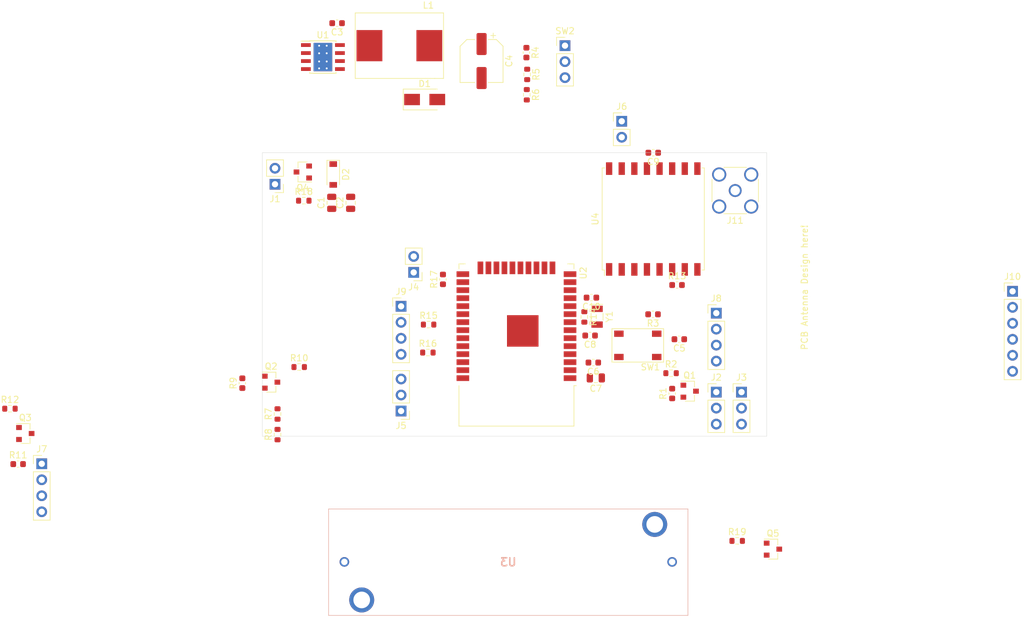
<source format=kicad_pcb>
(kicad_pcb (version 20171130) (host pcbnew "(5.1.7)-1")

  (general
    (thickness 1.6)
    (drawings 5)
    (tracks 0)
    (zones 0)
    (modules 55)
    (nets 63)
  )

  (page A4)
  (layers
    (0 F.Cu signal)
    (1 In1.Cu_GND power)
    (2 In2.Cu_VDD power)
    (31 B.Cu signal)
    (32 B.Adhes user)
    (33 F.Adhes user)
    (34 B.Paste user)
    (35 F.Paste user)
    (36 B.SilkS user)
    (37 F.SilkS user)
    (38 B.Mask user)
    (39 F.Mask user)
    (40 Dwgs.User user)
    (41 Cmts.User user)
    (42 Eco1.User user)
    (43 Eco2.User user)
    (44 Edge.Cuts user)
    (45 Margin user)
    (46 B.CrtYd user)
    (47 F.CrtYd user)
    (48 B.Fab user)
    (49 F.Fab user hide)
  )

  (setup
    (last_trace_width 0.25)
    (trace_clearance 0.2)
    (zone_clearance 0.508)
    (zone_45_only no)
    (trace_min 0.2)
    (via_size 0.8)
    (via_drill 0.4)
    (via_min_size 0.4)
    (via_min_drill 0.3)
    (uvia_size 0.3)
    (uvia_drill 0.1)
    (uvias_allowed no)
    (uvia_min_size 0.2)
    (uvia_min_drill 0.1)
    (edge_width 0.05)
    (segment_width 0.2)
    (pcb_text_width 0.3)
    (pcb_text_size 1.5 1.5)
    (mod_edge_width 0.12)
    (mod_text_size 1 1)
    (mod_text_width 0.15)
    (pad_size 3.96 3.96)
    (pad_drill 2.64)
    (pad_to_mask_clearance 0)
    (aux_axis_origin 0 0)
    (visible_elements FFFFFF7F)
    (pcbplotparams
      (layerselection 0x010fc_ffffffff)
      (usegerberextensions false)
      (usegerberattributes true)
      (usegerberadvancedattributes true)
      (creategerberjobfile true)
      (excludeedgelayer true)
      (linewidth 0.100000)
      (plotframeref false)
      (viasonmask false)
      (mode 1)
      (useauxorigin false)
      (hpglpennumber 1)
      (hpglpenspeed 20)
      (hpglpendiameter 15.000000)
      (psnegative false)
      (psa4output false)
      (plotreference true)
      (plotvalue true)
      (plotinvisibletext false)
      (padsonsilk false)
      (subtractmaskfromsilk false)
      (outputformat 1)
      (mirror false)
      (drillshape 1)
      (scaleselection 1)
      (outputdirectory ""))
  )

  (net 0 "")
  (net 1 VSUPPLY)
  (net 2 GND)
  (net 3 "Net-(C3-Pad2)")
  (net 4 "Net-(C3-Pad1)")
  (net 5 "Net-(C4-Pad1)")
  (net 6 RESET)
  (net 7 VDD)
  (net 8 32K_XP)
  (net 9 32K_XN)
  (net 10 "Net-(D2-Pad2)")
  (net 11 "Net-(J1-Pad2)")
  (net 12 ONEWIRE2_DATA)
  (net 13 "Net-(J2-Pad1)")
  (net 14 ONEWIRE1_DATA)
  (net 15 PRG_JP)
  (net 16 PRG_RX)
  (net 17 PRG_TX)
  (net 18 "Net-(J7-Pad1)")
  (net 19 UART2_RX)
  (net 20 UART2_TX)
  (net 21 UART1_TX)
  (net 22 UART1_RX)
  (net 23 I2C_SCL)
  (net 24 I2C_SDA)
  (net 25 IO4)
  (net 26 IO13)
  (net 27 IO34)
  (net 28 IO35)
  (net 29 SENSOR_VN)
  (net 30 "Net-(J11-Pad1)")
  (net 31 "Net-(Q1-Pad1)")
  (net 32 "Net-(Q2-Pad3)")
  (net 33 "Net-(Q2-Pad1)")
  (net 34 "Net-(Q3-Pad1)")
  (net 35 "Net-(Q5-Pad3)")
  (net 36 VBATT)
  (net 37 "Net-(Q5-Pad1)")
  (net 38 VDD_SENSOR_MOSFET_SWITCH)
  (net 39 "Net-(R4-Pad2)")
  (net 40 "Net-(R5-Pad2)")
  (net 41 VDD_SENSE)
  (net 42 VDD_SENSE_MOSFET_SWITCH)
  (net 43 GPS_MOSFET_SWITCH)
  (net 44 RFM_RST)
  (net 45 "Net-(U1-Pad2)")
  (net 46 "Net-(U1-Pad3)")
  (net 47 "Net-(U1-Pad5)")
  (net 48 SPI_MOSI)
  (net 49 "Net-(U2-Pad19)")
  (net 50 "Net-(U2-Pad20)")
  (net 51 "Net-(U2-Pad21)")
  (net 52 "Net-(U2-Pad22)")
  (net 53 RFM_DIO0)
  (net 54 SPI_CS)
  (net 55 SPI_SCK)
  (net 56 SPI_MISO)
  (net 57 "Net-(U2-Pad32)")
  (net 58 "Net-(U4-Pad7)")
  (net 59 "Net-(U4-Pad11)")
  (net 60 "Net-(U4-Pad12)")
  (net 61 "Net-(U4-Pad15)")
  (net 62 "Net-(U4-Pad16)")

  (net_class Default "This is the default net class."
    (clearance 0.2)
    (trace_width 0.25)
    (via_dia 0.8)
    (via_drill 0.4)
    (uvia_dia 0.3)
    (uvia_drill 0.1)
    (add_net 32K_XN)
    (add_net 32K_XP)
    (add_net GND)
    (add_net GPS_MOSFET_SWITCH)
    (add_net I2C_SCL)
    (add_net I2C_SDA)
    (add_net IO13)
    (add_net IO34)
    (add_net IO35)
    (add_net IO4)
    (add_net "Net-(C3-Pad1)")
    (add_net "Net-(C3-Pad2)")
    (add_net "Net-(C4-Pad1)")
    (add_net "Net-(D2-Pad2)")
    (add_net "Net-(J1-Pad2)")
    (add_net "Net-(J11-Pad1)")
    (add_net "Net-(J2-Pad1)")
    (add_net "Net-(J7-Pad1)")
    (add_net "Net-(Q1-Pad1)")
    (add_net "Net-(Q2-Pad1)")
    (add_net "Net-(Q2-Pad3)")
    (add_net "Net-(Q3-Pad1)")
    (add_net "Net-(Q5-Pad1)")
    (add_net "Net-(Q5-Pad3)")
    (add_net "Net-(R4-Pad2)")
    (add_net "Net-(R5-Pad2)")
    (add_net "Net-(U1-Pad2)")
    (add_net "Net-(U1-Pad3)")
    (add_net "Net-(U1-Pad5)")
    (add_net "Net-(U2-Pad19)")
    (add_net "Net-(U2-Pad20)")
    (add_net "Net-(U2-Pad21)")
    (add_net "Net-(U2-Pad22)")
    (add_net "Net-(U2-Pad32)")
    (add_net "Net-(U4-Pad11)")
    (add_net "Net-(U4-Pad12)")
    (add_net "Net-(U4-Pad15)")
    (add_net "Net-(U4-Pad16)")
    (add_net "Net-(U4-Pad7)")
    (add_net ONEWIRE1_DATA)
    (add_net ONEWIRE2_DATA)
    (add_net PRG_JP)
    (add_net PRG_RX)
    (add_net PRG_TX)
    (add_net RESET)
    (add_net RFM_DIO0)
    (add_net RFM_RST)
    (add_net SENSOR_VN)
    (add_net SPI_CS)
    (add_net SPI_MISO)
    (add_net SPI_MOSI)
    (add_net SPI_SCK)
    (add_net UART1_RX)
    (add_net UART1_TX)
    (add_net UART2_RX)
    (add_net UART2_TX)
    (add_net VBATT)
    (add_net VDD)
    (add_net VDD_SENSE)
    (add_net VDD_SENSE_MOSFET_SWITCH)
    (add_net VDD_SENSOR_MOSFET_SWITCH)
    (add_net VSUPPLY)
  )

  (module Capacitor_SMD:C_0805_2012Metric (layer F.Cu) (tedit 5F68FEEE) (tstamp 5FB7024E)
    (at 161 99.95 90)
    (descr "Capacitor SMD 0805 (2012 Metric), square (rectangular) end terminal, IPC_7351 nominal, (Body size source: IPC-SM-782 page 76, https://www.pcb-3d.com/wordpress/wp-content/uploads/ipc-sm-782a_amendment_1_and_2.pdf, https://docs.google.com/spreadsheets/d/1BsfQQcO9C6DZCsRaXUlFlo91Tg2WpOkGARC1WS5S8t0/edit?usp=sharing), generated with kicad-footprint-generator")
    (tags capacitor)
    (path /5FB36DB2)
    (attr smd)
    (fp_text reference C1 (at 0 -1.68 90) (layer F.SilkS)
      (effects (font (size 1 1) (thickness 0.15)))
    )
    (fp_text value 10u (at 0 1.68 90) (layer F.Fab)
      (effects (font (size 1 1) (thickness 0.15)))
    )
    (fp_text user %R (at 0 0 90) (layer F.Fab)
      (effects (font (size 0.5 0.5) (thickness 0.08)))
    )
    (fp_line (start -1 0.625) (end -1 -0.625) (layer F.Fab) (width 0.1))
    (fp_line (start -1 -0.625) (end 1 -0.625) (layer F.Fab) (width 0.1))
    (fp_line (start 1 -0.625) (end 1 0.625) (layer F.Fab) (width 0.1))
    (fp_line (start 1 0.625) (end -1 0.625) (layer F.Fab) (width 0.1))
    (fp_line (start -0.261252 -0.735) (end 0.261252 -0.735) (layer F.SilkS) (width 0.12))
    (fp_line (start -0.261252 0.735) (end 0.261252 0.735) (layer F.SilkS) (width 0.12))
    (fp_line (start -1.7 0.98) (end -1.7 -0.98) (layer F.CrtYd) (width 0.05))
    (fp_line (start -1.7 -0.98) (end 1.7 -0.98) (layer F.CrtYd) (width 0.05))
    (fp_line (start 1.7 -0.98) (end 1.7 0.98) (layer F.CrtYd) (width 0.05))
    (fp_line (start 1.7 0.98) (end -1.7 0.98) (layer F.CrtYd) (width 0.05))
    (pad 2 smd roundrect (at 0.95 0 90) (size 1 1.45) (layers F.Cu F.Paste F.Mask) (roundrect_rratio 0.25)
      (net 1 VSUPPLY))
    (pad 1 smd roundrect (at -0.95 0 90) (size 1 1.45) (layers F.Cu F.Paste F.Mask) (roundrect_rratio 0.25)
      (net 2 GND))
    (model ${KISYS3DMOD}/Capacitor_SMD.3dshapes/C_0805_2012Metric.wrl
      (at (xyz 0 0 0))
      (scale (xyz 1 1 1))
      (rotate (xyz 0 0 0))
    )
  )

  (module Capacitor_SMD:C_0805_2012Metric (layer F.Cu) (tedit 5F68FEEE) (tstamp 5FB7025F)
    (at 164 99.95 90)
    (descr "Capacitor SMD 0805 (2012 Metric), square (rectangular) end terminal, IPC_7351 nominal, (Body size source: IPC-SM-782 page 76, https://www.pcb-3d.com/wordpress/wp-content/uploads/ipc-sm-782a_amendment_1_and_2.pdf, https://docs.google.com/spreadsheets/d/1BsfQQcO9C6DZCsRaXUlFlo91Tg2WpOkGARC1WS5S8t0/edit?usp=sharing), generated with kicad-footprint-generator")
    (tags capacitor)
    (path /5FB379E1)
    (attr smd)
    (fp_text reference C2 (at 0 -1.68 90) (layer F.SilkS)
      (effects (font (size 1 1) (thickness 0.15)))
    )
    (fp_text value 10u (at 0 1.68 90) (layer F.Fab)
      (effects (font (size 1 1) (thickness 0.15)))
    )
    (fp_line (start 1.7 0.98) (end -1.7 0.98) (layer F.CrtYd) (width 0.05))
    (fp_line (start 1.7 -0.98) (end 1.7 0.98) (layer F.CrtYd) (width 0.05))
    (fp_line (start -1.7 -0.98) (end 1.7 -0.98) (layer F.CrtYd) (width 0.05))
    (fp_line (start -1.7 0.98) (end -1.7 -0.98) (layer F.CrtYd) (width 0.05))
    (fp_line (start -0.261252 0.735) (end 0.261252 0.735) (layer F.SilkS) (width 0.12))
    (fp_line (start -0.261252 -0.735) (end 0.261252 -0.735) (layer F.SilkS) (width 0.12))
    (fp_line (start 1 0.625) (end -1 0.625) (layer F.Fab) (width 0.1))
    (fp_line (start 1 -0.625) (end 1 0.625) (layer F.Fab) (width 0.1))
    (fp_line (start -1 -0.625) (end 1 -0.625) (layer F.Fab) (width 0.1))
    (fp_line (start -1 0.625) (end -1 -0.625) (layer F.Fab) (width 0.1))
    (fp_text user %R (at 0 0 90) (layer F.Fab)
      (effects (font (size 0.5 0.5) (thickness 0.08)))
    )
    (pad 1 smd roundrect (at -0.95 0 90) (size 1 1.45) (layers F.Cu F.Paste F.Mask) (roundrect_rratio 0.25)
      (net 2 GND))
    (pad 2 smd roundrect (at 0.95 0 90) (size 1 1.45) (layers F.Cu F.Paste F.Mask) (roundrect_rratio 0.25)
      (net 1 VSUPPLY))
    (model ${KISYS3DMOD}/Capacitor_SMD.3dshapes/C_0805_2012Metric.wrl
      (at (xyz 0 0 0))
      (scale (xyz 1 1 1))
      (rotate (xyz 0 0 0))
    )
  )

  (module Capacitor_SMD:C_0603_1608Metric (layer F.Cu) (tedit 5F68FEEE) (tstamp 5FB70270)
    (at 161.85 71.43 180)
    (descr "Capacitor SMD 0603 (1608 Metric), square (rectangular) end terminal, IPC_7351 nominal, (Body size source: IPC-SM-782 page 76, https://www.pcb-3d.com/wordpress/wp-content/uploads/ipc-sm-782a_amendment_1_and_2.pdf), generated with kicad-footprint-generator")
    (tags capacitor)
    (path /5FB42159)
    (attr smd)
    (fp_text reference C3 (at 0 -1.43) (layer F.SilkS)
      (effects (font (size 1 1) (thickness 0.15)))
    )
    (fp_text value 100n (at 0 1.43) (layer F.Fab)
      (effects (font (size 1 1) (thickness 0.15)))
    )
    (fp_text user %R (at 0 0) (layer F.Fab)
      (effects (font (size 0.4 0.4) (thickness 0.06)))
    )
    (fp_line (start -0.8 0.4) (end -0.8 -0.4) (layer F.Fab) (width 0.1))
    (fp_line (start -0.8 -0.4) (end 0.8 -0.4) (layer F.Fab) (width 0.1))
    (fp_line (start 0.8 -0.4) (end 0.8 0.4) (layer F.Fab) (width 0.1))
    (fp_line (start 0.8 0.4) (end -0.8 0.4) (layer F.Fab) (width 0.1))
    (fp_line (start -0.14058 -0.51) (end 0.14058 -0.51) (layer F.SilkS) (width 0.12))
    (fp_line (start -0.14058 0.51) (end 0.14058 0.51) (layer F.SilkS) (width 0.12))
    (fp_line (start -1.48 0.73) (end -1.48 -0.73) (layer F.CrtYd) (width 0.05))
    (fp_line (start -1.48 -0.73) (end 1.48 -0.73) (layer F.CrtYd) (width 0.05))
    (fp_line (start 1.48 -0.73) (end 1.48 0.73) (layer F.CrtYd) (width 0.05))
    (fp_line (start 1.48 0.73) (end -1.48 0.73) (layer F.CrtYd) (width 0.05))
    (pad 2 smd roundrect (at 0.775 0 180) (size 0.9 0.95) (layers F.Cu F.Paste F.Mask) (roundrect_rratio 0.25)
      (net 3 "Net-(C3-Pad2)"))
    (pad 1 smd roundrect (at -0.775 0 180) (size 0.9 0.95) (layers F.Cu F.Paste F.Mask) (roundrect_rratio 0.25)
      (net 4 "Net-(C3-Pad1)"))
    (model ${KISYS3DMOD}/Capacitor_SMD.3dshapes/C_0603_1608Metric.wrl
      (at (xyz 0 0 0))
      (scale (xyz 1 1 1))
      (rotate (xyz 0 0 0))
    )
  )

  (module Capacitor_SMD:CP_Elec_6.3x7.7 (layer F.Cu) (tedit 5BCA39D0) (tstamp 5FB70298)
    (at 184.77 77.44 270)
    (descr "SMD capacitor, aluminum electrolytic, Nichicon, 6.3x7.7mm")
    (tags "capacitor electrolytic")
    (path /5FB632D4)
    (attr smd)
    (fp_text reference C4 (at 0 -4.35 90) (layer F.SilkS)
      (effects (font (size 1 1) (thickness 0.15)))
    )
    (fp_text value 220u (at 0 4.35 90) (layer F.Fab)
      (effects (font (size 1 1) (thickness 0.15)))
    )
    (fp_line (start -4.7 1.05) (end -3.55 1.05) (layer F.CrtYd) (width 0.05))
    (fp_line (start -4.7 -1.05) (end -4.7 1.05) (layer F.CrtYd) (width 0.05))
    (fp_line (start -3.55 -1.05) (end -4.7 -1.05) (layer F.CrtYd) (width 0.05))
    (fp_line (start -3.55 1.05) (end -3.55 2.4) (layer F.CrtYd) (width 0.05))
    (fp_line (start -3.55 -2.4) (end -3.55 -1.05) (layer F.CrtYd) (width 0.05))
    (fp_line (start -3.55 -2.4) (end -2.4 -3.55) (layer F.CrtYd) (width 0.05))
    (fp_line (start -3.55 2.4) (end -2.4 3.55) (layer F.CrtYd) (width 0.05))
    (fp_line (start -2.4 -3.55) (end 3.55 -3.55) (layer F.CrtYd) (width 0.05))
    (fp_line (start -2.4 3.55) (end 3.55 3.55) (layer F.CrtYd) (width 0.05))
    (fp_line (start 3.55 1.05) (end 3.55 3.55) (layer F.CrtYd) (width 0.05))
    (fp_line (start 4.7 1.05) (end 3.55 1.05) (layer F.CrtYd) (width 0.05))
    (fp_line (start 4.7 -1.05) (end 4.7 1.05) (layer F.CrtYd) (width 0.05))
    (fp_line (start 3.55 -1.05) (end 4.7 -1.05) (layer F.CrtYd) (width 0.05))
    (fp_line (start 3.55 -3.55) (end 3.55 -1.05) (layer F.CrtYd) (width 0.05))
    (fp_line (start -4.04375 -2.24125) (end -4.04375 -1.45375) (layer F.SilkS) (width 0.12))
    (fp_line (start -4.4375 -1.8475) (end -3.65 -1.8475) (layer F.SilkS) (width 0.12))
    (fp_line (start -3.41 2.345563) (end -2.345563 3.41) (layer F.SilkS) (width 0.12))
    (fp_line (start -3.41 -2.345563) (end -2.345563 -3.41) (layer F.SilkS) (width 0.12))
    (fp_line (start -3.41 -2.345563) (end -3.41 -1.06) (layer F.SilkS) (width 0.12))
    (fp_line (start -3.41 2.345563) (end -3.41 1.06) (layer F.SilkS) (width 0.12))
    (fp_line (start -2.345563 3.41) (end 3.41 3.41) (layer F.SilkS) (width 0.12))
    (fp_line (start -2.345563 -3.41) (end 3.41 -3.41) (layer F.SilkS) (width 0.12))
    (fp_line (start 3.41 -3.41) (end 3.41 -1.06) (layer F.SilkS) (width 0.12))
    (fp_line (start 3.41 3.41) (end 3.41 1.06) (layer F.SilkS) (width 0.12))
    (fp_line (start -2.389838 -1.645) (end -2.389838 -1.015) (layer F.Fab) (width 0.1))
    (fp_line (start -2.704838 -1.33) (end -2.074838 -1.33) (layer F.Fab) (width 0.1))
    (fp_line (start -3.3 2.3) (end -2.3 3.3) (layer F.Fab) (width 0.1))
    (fp_line (start -3.3 -2.3) (end -2.3 -3.3) (layer F.Fab) (width 0.1))
    (fp_line (start -3.3 -2.3) (end -3.3 2.3) (layer F.Fab) (width 0.1))
    (fp_line (start -2.3 3.3) (end 3.3 3.3) (layer F.Fab) (width 0.1))
    (fp_line (start -2.3 -3.3) (end 3.3 -3.3) (layer F.Fab) (width 0.1))
    (fp_line (start 3.3 -3.3) (end 3.3 3.3) (layer F.Fab) (width 0.1))
    (fp_circle (center 0 0) (end 3.15 0) (layer F.Fab) (width 0.1))
    (fp_text user %R (at 0 0 90) (layer F.Fab)
      (effects (font (size 1 1) (thickness 0.15)))
    )
    (pad 1 smd roundrect (at -2.7 0 270) (size 3.5 1.6) (layers F.Cu F.Paste F.Mask) (roundrect_rratio 0.15625)
      (net 5 "Net-(C4-Pad1)"))
    (pad 2 smd roundrect (at 2.7 0 270) (size 3.5 1.6) (layers F.Cu F.Paste F.Mask) (roundrect_rratio 0.15625)
      (net 2 GND))
    (model ${KISYS3DMOD}/Capacitor_SMD.3dshapes/CP_Elec_6.3x7.7.wrl
      (at (xyz 0 0 0))
      (scale (xyz 1 1 1))
      (rotate (xyz 0 0 0))
    )
  )

  (module Capacitor_SMD:C_0603_1608Metric (layer F.Cu) (tedit 5F68FEEE) (tstamp 5FB702A9)
    (at 216.135 121.61 180)
    (descr "Capacitor SMD 0603 (1608 Metric), square (rectangular) end terminal, IPC_7351 nominal, (Body size source: IPC-SM-782 page 76, https://www.pcb-3d.com/wordpress/wp-content/uploads/ipc-sm-782a_amendment_1_and_2.pdf), generated with kicad-footprint-generator")
    (tags capacitor)
    (path /5FB2A8D7)
    (attr smd)
    (fp_text reference C5 (at 0 -1.43) (layer F.SilkS)
      (effects (font (size 1 1) (thickness 0.15)))
    )
    (fp_text value 100n (at 0 1.43) (layer F.Fab)
      (effects (font (size 1 1) (thickness 0.15)))
    )
    (fp_line (start 1.48 0.73) (end -1.48 0.73) (layer F.CrtYd) (width 0.05))
    (fp_line (start 1.48 -0.73) (end 1.48 0.73) (layer F.CrtYd) (width 0.05))
    (fp_line (start -1.48 -0.73) (end 1.48 -0.73) (layer F.CrtYd) (width 0.05))
    (fp_line (start -1.48 0.73) (end -1.48 -0.73) (layer F.CrtYd) (width 0.05))
    (fp_line (start -0.14058 0.51) (end 0.14058 0.51) (layer F.SilkS) (width 0.12))
    (fp_line (start -0.14058 -0.51) (end 0.14058 -0.51) (layer F.SilkS) (width 0.12))
    (fp_line (start 0.8 0.4) (end -0.8 0.4) (layer F.Fab) (width 0.1))
    (fp_line (start 0.8 -0.4) (end 0.8 0.4) (layer F.Fab) (width 0.1))
    (fp_line (start -0.8 -0.4) (end 0.8 -0.4) (layer F.Fab) (width 0.1))
    (fp_line (start -0.8 0.4) (end -0.8 -0.4) (layer F.Fab) (width 0.1))
    (fp_text user %R (at 0 0) (layer F.Fab)
      (effects (font (size 0.4 0.4) (thickness 0.06)))
    )
    (pad 1 smd roundrect (at -0.775 0 180) (size 0.9 0.95) (layers F.Cu F.Paste F.Mask) (roundrect_rratio 0.25)
      (net 2 GND))
    (pad 2 smd roundrect (at 0.775 0 180) (size 0.9 0.95) (layers F.Cu F.Paste F.Mask) (roundrect_rratio 0.25)
      (net 6 RESET))
    (model ${KISYS3DMOD}/Capacitor_SMD.3dshapes/C_0603_1608Metric.wrl
      (at (xyz 0 0 0))
      (scale (xyz 1 1 1))
      (rotate (xyz 0 0 0))
    )
  )

  (module Capacitor_SMD:C_0603_1608Metric (layer F.Cu) (tedit 5F68FEEE) (tstamp 5FB702BA)
    (at 202.495 125.31 180)
    (descr "Capacitor SMD 0603 (1608 Metric), square (rectangular) end terminal, IPC_7351 nominal, (Body size source: IPC-SM-782 page 76, https://www.pcb-3d.com/wordpress/wp-content/uploads/ipc-sm-782a_amendment_1_and_2.pdf), generated with kicad-footprint-generator")
    (tags capacitor)
    (path /5FB29685)
    (attr smd)
    (fp_text reference C6 (at 0 -1.43) (layer F.SilkS)
      (effects (font (size 1 1) (thickness 0.15)))
    )
    (fp_text value 100n (at 0 1.43) (layer F.Fab)
      (effects (font (size 1 1) (thickness 0.15)))
    )
    (fp_line (start 1.48 0.73) (end -1.48 0.73) (layer F.CrtYd) (width 0.05))
    (fp_line (start 1.48 -0.73) (end 1.48 0.73) (layer F.CrtYd) (width 0.05))
    (fp_line (start -1.48 -0.73) (end 1.48 -0.73) (layer F.CrtYd) (width 0.05))
    (fp_line (start -1.48 0.73) (end -1.48 -0.73) (layer F.CrtYd) (width 0.05))
    (fp_line (start -0.14058 0.51) (end 0.14058 0.51) (layer F.SilkS) (width 0.12))
    (fp_line (start -0.14058 -0.51) (end 0.14058 -0.51) (layer F.SilkS) (width 0.12))
    (fp_line (start 0.8 0.4) (end -0.8 0.4) (layer F.Fab) (width 0.1))
    (fp_line (start 0.8 -0.4) (end 0.8 0.4) (layer F.Fab) (width 0.1))
    (fp_line (start -0.8 -0.4) (end 0.8 -0.4) (layer F.Fab) (width 0.1))
    (fp_line (start -0.8 0.4) (end -0.8 -0.4) (layer F.Fab) (width 0.1))
    (fp_text user %R (at 0 0) (layer F.Fab)
      (effects (font (size 0.4 0.4) (thickness 0.06)))
    )
    (pad 1 smd roundrect (at -0.775 0 180) (size 0.9 0.95) (layers F.Cu F.Paste F.Mask) (roundrect_rratio 0.25)
      (net 2 GND))
    (pad 2 smd roundrect (at 0.775 0 180) (size 0.9 0.95) (layers F.Cu F.Paste F.Mask) (roundrect_rratio 0.25)
      (net 7 VDD))
    (model ${KISYS3DMOD}/Capacitor_SMD.3dshapes/C_0603_1608Metric.wrl
      (at (xyz 0 0 0))
      (scale (xyz 1 1 1))
      (rotate (xyz 0 0 0))
    )
  )

  (module Capacitor_SMD:C_0805_2012Metric (layer F.Cu) (tedit 5F68FEEE) (tstamp 5FB702CB)
    (at 202.89 127.75 180)
    (descr "Capacitor SMD 0805 (2012 Metric), square (rectangular) end terminal, IPC_7351 nominal, (Body size source: IPC-SM-782 page 76, https://www.pcb-3d.com/wordpress/wp-content/uploads/ipc-sm-782a_amendment_1_and_2.pdf, https://docs.google.com/spreadsheets/d/1BsfQQcO9C6DZCsRaXUlFlo91Tg2WpOkGARC1WS5S8t0/edit?usp=sharing), generated with kicad-footprint-generator")
    (tags capacitor)
    (path /5FB18D4E)
    (attr smd)
    (fp_text reference C7 (at 0 -1.68) (layer F.SilkS)
      (effects (font (size 1 1) (thickness 0.15)))
    )
    (fp_text value 10u (at 0 1.68) (layer F.Fab)
      (effects (font (size 1 1) (thickness 0.15)))
    )
    (fp_line (start 1.7 0.98) (end -1.7 0.98) (layer F.CrtYd) (width 0.05))
    (fp_line (start 1.7 -0.98) (end 1.7 0.98) (layer F.CrtYd) (width 0.05))
    (fp_line (start -1.7 -0.98) (end 1.7 -0.98) (layer F.CrtYd) (width 0.05))
    (fp_line (start -1.7 0.98) (end -1.7 -0.98) (layer F.CrtYd) (width 0.05))
    (fp_line (start -0.261252 0.735) (end 0.261252 0.735) (layer F.SilkS) (width 0.12))
    (fp_line (start -0.261252 -0.735) (end 0.261252 -0.735) (layer F.SilkS) (width 0.12))
    (fp_line (start 1 0.625) (end -1 0.625) (layer F.Fab) (width 0.1))
    (fp_line (start 1 -0.625) (end 1 0.625) (layer F.Fab) (width 0.1))
    (fp_line (start -1 -0.625) (end 1 -0.625) (layer F.Fab) (width 0.1))
    (fp_line (start -1 0.625) (end -1 -0.625) (layer F.Fab) (width 0.1))
    (fp_text user %R (at 0 0) (layer F.Fab)
      (effects (font (size 0.5 0.5) (thickness 0.08)))
    )
    (pad 1 smd roundrect (at -0.95 0 180) (size 1 1.45) (layers F.Cu F.Paste F.Mask) (roundrect_rratio 0.25)
      (net 2 GND))
    (pad 2 smd roundrect (at 0.95 0 180) (size 1 1.45) (layers F.Cu F.Paste F.Mask) (roundrect_rratio 0.25)
      (net 7 VDD))
    (model ${KISYS3DMOD}/Capacitor_SMD.3dshapes/C_0805_2012Metric.wrl
      (at (xyz 0 0 0))
      (scale (xyz 1 1 1))
      (rotate (xyz 0 0 0))
    )
  )

  (module Capacitor_SMD:C_0603_1608Metric (layer F.Cu) (tedit 5F68FEEE) (tstamp 5FB702DC)
    (at 201.985 121.02 180)
    (descr "Capacitor SMD 0603 (1608 Metric), square (rectangular) end terminal, IPC_7351 nominal, (Body size source: IPC-SM-782 page 76, https://www.pcb-3d.com/wordpress/wp-content/uploads/ipc-sm-782a_amendment_1_and_2.pdf), generated with kicad-footprint-generator")
    (tags capacitor)
    (path /5FB2CEEE)
    (attr smd)
    (fp_text reference C8 (at 0 -1.43) (layer F.SilkS)
      (effects (font (size 1 1) (thickness 0.15)))
    )
    (fp_text value 18p (at 0 1.43) (layer F.Fab)
      (effects (font (size 1 1) (thickness 0.15)))
    )
    (fp_line (start 1.48 0.73) (end -1.48 0.73) (layer F.CrtYd) (width 0.05))
    (fp_line (start 1.48 -0.73) (end 1.48 0.73) (layer F.CrtYd) (width 0.05))
    (fp_line (start -1.48 -0.73) (end 1.48 -0.73) (layer F.CrtYd) (width 0.05))
    (fp_line (start -1.48 0.73) (end -1.48 -0.73) (layer F.CrtYd) (width 0.05))
    (fp_line (start -0.14058 0.51) (end 0.14058 0.51) (layer F.SilkS) (width 0.12))
    (fp_line (start -0.14058 -0.51) (end 0.14058 -0.51) (layer F.SilkS) (width 0.12))
    (fp_line (start 0.8 0.4) (end -0.8 0.4) (layer F.Fab) (width 0.1))
    (fp_line (start 0.8 -0.4) (end 0.8 0.4) (layer F.Fab) (width 0.1))
    (fp_line (start -0.8 -0.4) (end 0.8 -0.4) (layer F.Fab) (width 0.1))
    (fp_line (start -0.8 0.4) (end -0.8 -0.4) (layer F.Fab) (width 0.1))
    (fp_text user %R (at 0 0) (layer F.Fab)
      (effects (font (size 0.4 0.4) (thickness 0.06)))
    )
    (pad 1 smd roundrect (at -0.775 0 180) (size 0.9 0.95) (layers F.Cu F.Paste F.Mask) (roundrect_rratio 0.25)
      (net 2 GND))
    (pad 2 smd roundrect (at 0.775 0 180) (size 0.9 0.95) (layers F.Cu F.Paste F.Mask) (roundrect_rratio 0.25)
      (net 8 32K_XP))
    (model ${KISYS3DMOD}/Capacitor_SMD.3dshapes/C_0603_1608Metric.wrl
      (at (xyz 0 0 0))
      (scale (xyz 1 1 1))
      (rotate (xyz 0 0 0))
    )
  )

  (module Capacitor_SMD:C_0603_1608Metric (layer F.Cu) (tedit 5F68FEEE) (tstamp 5FB702ED)
    (at 212 92 180)
    (descr "Capacitor SMD 0603 (1608 Metric), square (rectangular) end terminal, IPC_7351 nominal, (Body size source: IPC-SM-782 page 76, https://www.pcb-3d.com/wordpress/wp-content/uploads/ipc-sm-782a_amendment_1_and_2.pdf), generated with kicad-footprint-generator")
    (tags capacitor)
    (path /5FB31B55)
    (attr smd)
    (fp_text reference C9 (at 0 -1.43) (layer F.SilkS)
      (effects (font (size 1 1) (thickness 0.15)))
    )
    (fp_text value 100n (at 0 1.43) (layer F.Fab)
      (effects (font (size 1 1) (thickness 0.15)))
    )
    (fp_line (start 1.48 0.73) (end -1.48 0.73) (layer F.CrtYd) (width 0.05))
    (fp_line (start 1.48 -0.73) (end 1.48 0.73) (layer F.CrtYd) (width 0.05))
    (fp_line (start -1.48 -0.73) (end 1.48 -0.73) (layer F.CrtYd) (width 0.05))
    (fp_line (start -1.48 0.73) (end -1.48 -0.73) (layer F.CrtYd) (width 0.05))
    (fp_line (start -0.14058 0.51) (end 0.14058 0.51) (layer F.SilkS) (width 0.12))
    (fp_line (start -0.14058 -0.51) (end 0.14058 -0.51) (layer F.SilkS) (width 0.12))
    (fp_line (start 0.8 0.4) (end -0.8 0.4) (layer F.Fab) (width 0.1))
    (fp_line (start 0.8 -0.4) (end 0.8 0.4) (layer F.Fab) (width 0.1))
    (fp_line (start -0.8 -0.4) (end 0.8 -0.4) (layer F.Fab) (width 0.1))
    (fp_line (start -0.8 0.4) (end -0.8 -0.4) (layer F.Fab) (width 0.1))
    (fp_text user %R (at 0 0) (layer F.Fab)
      (effects (font (size 0.4 0.4) (thickness 0.06)))
    )
    (pad 1 smd roundrect (at -0.775 0 180) (size 0.9 0.95) (layers F.Cu F.Paste F.Mask) (roundrect_rratio 0.25)
      (net 2 GND))
    (pad 2 smd roundrect (at 0.775 0 180) (size 0.9 0.95) (layers F.Cu F.Paste F.Mask) (roundrect_rratio 0.25)
      (net 7 VDD))
    (model ${KISYS3DMOD}/Capacitor_SMD.3dshapes/C_0603_1608Metric.wrl
      (at (xyz 0 0 0))
      (scale (xyz 1 1 1))
      (rotate (xyz 0 0 0))
    )
  )

  (module Capacitor_SMD:C_0603_1608Metric (layer F.Cu) (tedit 5F68FEEE) (tstamp 5FB702FE)
    (at 202.195 115 180)
    (descr "Capacitor SMD 0603 (1608 Metric), square (rectangular) end terminal, IPC_7351 nominal, (Body size source: IPC-SM-782 page 76, https://www.pcb-3d.com/wordpress/wp-content/uploads/ipc-sm-782a_amendment_1_and_2.pdf), generated with kicad-footprint-generator")
    (tags capacitor)
    (path /5FB30DA3)
    (attr smd)
    (fp_text reference C10 (at 0 -1.43) (layer F.SilkS)
      (effects (font (size 1 1) (thickness 0.15)))
    )
    (fp_text value 18p (at 0 1.43) (layer F.Fab)
      (effects (font (size 1 1) (thickness 0.15)))
    )
    (fp_line (start 1.48 0.73) (end -1.48 0.73) (layer F.CrtYd) (width 0.05))
    (fp_line (start 1.48 -0.73) (end 1.48 0.73) (layer F.CrtYd) (width 0.05))
    (fp_line (start -1.48 -0.73) (end 1.48 -0.73) (layer F.CrtYd) (width 0.05))
    (fp_line (start -1.48 0.73) (end -1.48 -0.73) (layer F.CrtYd) (width 0.05))
    (fp_line (start -0.14058 0.51) (end 0.14058 0.51) (layer F.SilkS) (width 0.12))
    (fp_line (start -0.14058 -0.51) (end 0.14058 -0.51) (layer F.SilkS) (width 0.12))
    (fp_line (start 0.8 0.4) (end -0.8 0.4) (layer F.Fab) (width 0.1))
    (fp_line (start 0.8 -0.4) (end 0.8 0.4) (layer F.Fab) (width 0.1))
    (fp_line (start -0.8 -0.4) (end 0.8 -0.4) (layer F.Fab) (width 0.1))
    (fp_line (start -0.8 0.4) (end -0.8 -0.4) (layer F.Fab) (width 0.1))
    (fp_text user %R (at 0 0) (layer F.Fab)
      (effects (font (size 0.4 0.4) (thickness 0.06)))
    )
    (pad 1 smd roundrect (at -0.775 0 180) (size 0.9 0.95) (layers F.Cu F.Paste F.Mask) (roundrect_rratio 0.25)
      (net 9 32K_XN))
    (pad 2 smd roundrect (at 0.775 0 180) (size 0.9 0.95) (layers F.Cu F.Paste F.Mask) (roundrect_rratio 0.25)
      (net 2 GND))
    (model ${KISYS3DMOD}/Capacitor_SMD.3dshapes/C_0603_1608Metric.wrl
      (at (xyz 0 0 0))
      (scale (xyz 1 1 1))
      (rotate (xyz 0 0 0))
    )
  )

  (module Diode_SMD:D_SMA (layer F.Cu) (tedit 586432E5) (tstamp 5FB70316)
    (at 175.74 83.55)
    (descr "Diode SMA (DO-214AC)")
    (tags "Diode SMA (DO-214AC)")
    (path /5FB4ED08)
    (attr smd)
    (fp_text reference D1 (at 0 -2.5) (layer F.SilkS)
      (effects (font (size 1 1) (thickness 0.15)))
    )
    (fp_text value SS34 (at 0 2.6) (layer F.Fab)
      (effects (font (size 1 1) (thickness 0.15)))
    )
    (fp_line (start -3.4 -1.65) (end 2 -1.65) (layer F.SilkS) (width 0.12))
    (fp_line (start -3.4 1.65) (end 2 1.65) (layer F.SilkS) (width 0.12))
    (fp_line (start -0.64944 0.00102) (end 0.50118 -0.79908) (layer F.Fab) (width 0.1))
    (fp_line (start -0.64944 0.00102) (end 0.50118 0.75032) (layer F.Fab) (width 0.1))
    (fp_line (start 0.50118 0.75032) (end 0.50118 -0.79908) (layer F.Fab) (width 0.1))
    (fp_line (start -0.64944 -0.79908) (end -0.64944 0.80112) (layer F.Fab) (width 0.1))
    (fp_line (start 0.50118 0.00102) (end 1.4994 0.00102) (layer F.Fab) (width 0.1))
    (fp_line (start -0.64944 0.00102) (end -1.55114 0.00102) (layer F.Fab) (width 0.1))
    (fp_line (start -3.5 1.75) (end -3.5 -1.75) (layer F.CrtYd) (width 0.05))
    (fp_line (start 3.5 1.75) (end -3.5 1.75) (layer F.CrtYd) (width 0.05))
    (fp_line (start 3.5 -1.75) (end 3.5 1.75) (layer F.CrtYd) (width 0.05))
    (fp_line (start -3.5 -1.75) (end 3.5 -1.75) (layer F.CrtYd) (width 0.05))
    (fp_line (start 2.3 -1.5) (end -2.3 -1.5) (layer F.Fab) (width 0.1))
    (fp_line (start 2.3 -1.5) (end 2.3 1.5) (layer F.Fab) (width 0.1))
    (fp_line (start -2.3 1.5) (end -2.3 -1.5) (layer F.Fab) (width 0.1))
    (fp_line (start 2.3 1.5) (end -2.3 1.5) (layer F.Fab) (width 0.1))
    (fp_line (start -3.4 -1.65) (end -3.4 1.65) (layer F.SilkS) (width 0.12))
    (fp_text user %R (at 0 -2.5) (layer F.Fab)
      (effects (font (size 1 1) (thickness 0.15)))
    )
    (pad 1 smd rect (at -2 0) (size 2.5 1.8) (layers F.Cu F.Paste F.Mask)
      (net 4 "Net-(C3-Pad1)"))
    (pad 2 smd rect (at 2 0) (size 2.5 1.8) (layers F.Cu F.Paste F.Mask)
      (net 2 GND))
    (model ${KISYS3DMOD}/Diode_SMD.3dshapes/D_SMA.wrl
      (at (xyz 0 0 0))
      (scale (xyz 1 1 1))
      (rotate (xyz 0 0 0))
    )
  )

  (module Diode_SMD:D_SOD-123 (layer F.Cu) (tedit 58645DC7) (tstamp 5FB7032F)
    (at 161.24 95.45 270)
    (descr SOD-123)
    (tags SOD-123)
    (path /5FB31044)
    (attr smd)
    (fp_text reference D2 (at 0 -2 90) (layer F.SilkS)
      (effects (font (size 1 1) (thickness 0.15)))
    )
    (fp_text value MM1Z15 (at 0 2.1 90) (layer F.Fab)
      (effects (font (size 1 1) (thickness 0.15)))
    )
    (fp_line (start -2.25 -1) (end 1.65 -1) (layer F.SilkS) (width 0.12))
    (fp_line (start -2.25 1) (end 1.65 1) (layer F.SilkS) (width 0.12))
    (fp_line (start -2.35 -1.15) (end -2.35 1.15) (layer F.CrtYd) (width 0.05))
    (fp_line (start 2.35 1.15) (end -2.35 1.15) (layer F.CrtYd) (width 0.05))
    (fp_line (start 2.35 -1.15) (end 2.35 1.15) (layer F.CrtYd) (width 0.05))
    (fp_line (start -2.35 -1.15) (end 2.35 -1.15) (layer F.CrtYd) (width 0.05))
    (fp_line (start -1.4 -0.9) (end 1.4 -0.9) (layer F.Fab) (width 0.1))
    (fp_line (start 1.4 -0.9) (end 1.4 0.9) (layer F.Fab) (width 0.1))
    (fp_line (start 1.4 0.9) (end -1.4 0.9) (layer F.Fab) (width 0.1))
    (fp_line (start -1.4 0.9) (end -1.4 -0.9) (layer F.Fab) (width 0.1))
    (fp_line (start -0.75 0) (end -0.35 0) (layer F.Fab) (width 0.1))
    (fp_line (start -0.35 0) (end -0.35 -0.55) (layer F.Fab) (width 0.1))
    (fp_line (start -0.35 0) (end -0.35 0.55) (layer F.Fab) (width 0.1))
    (fp_line (start -0.35 0) (end 0.25 -0.4) (layer F.Fab) (width 0.1))
    (fp_line (start 0.25 -0.4) (end 0.25 0.4) (layer F.Fab) (width 0.1))
    (fp_line (start 0.25 0.4) (end -0.35 0) (layer F.Fab) (width 0.1))
    (fp_line (start 0.25 0) (end 0.75 0) (layer F.Fab) (width 0.1))
    (fp_line (start -2.25 -1) (end -2.25 1) (layer F.SilkS) (width 0.12))
    (fp_text user %R (at 0 -2 90) (layer F.Fab)
      (effects (font (size 1 1) (thickness 0.15)))
    )
    (pad 1 smd rect (at -1.65 0 270) (size 0.9 1.2) (layers F.Cu F.Paste F.Mask)
      (net 1 VSUPPLY))
    (pad 2 smd rect (at 1.65 0 270) (size 0.9 1.2) (layers F.Cu F.Paste F.Mask)
      (net 10 "Net-(D2-Pad2)"))
    (model ${KISYS3DMOD}/Diode_SMD.3dshapes/D_SOD-123.wrl
      (at (xyz 0 0 0))
      (scale (xyz 1 1 1))
      (rotate (xyz 0 0 0))
    )
  )

  (module Connector_PinHeader_2.54mm:PinHeader_1x02_P2.54mm_Vertical (layer F.Cu) (tedit 59FED5CC) (tstamp 5FB70345)
    (at 152 97 180)
    (descr "Through hole straight pin header, 1x02, 2.54mm pitch, single row")
    (tags "Through hole pin header THT 1x02 2.54mm single row")
    (path /5FAD9D5E)
    (fp_text reference J1 (at 0 -2.33) (layer F.SilkS)
      (effects (font (size 1 1) (thickness 0.15)))
    )
    (fp_text value Conn_01x02 (at 0 4.87) (layer F.Fab)
      (effects (font (size 1 1) (thickness 0.15)))
    )
    (fp_line (start 1.8 -1.8) (end -1.8 -1.8) (layer F.CrtYd) (width 0.05))
    (fp_line (start 1.8 4.35) (end 1.8 -1.8) (layer F.CrtYd) (width 0.05))
    (fp_line (start -1.8 4.35) (end 1.8 4.35) (layer F.CrtYd) (width 0.05))
    (fp_line (start -1.8 -1.8) (end -1.8 4.35) (layer F.CrtYd) (width 0.05))
    (fp_line (start -1.33 -1.33) (end 0 -1.33) (layer F.SilkS) (width 0.12))
    (fp_line (start -1.33 0) (end -1.33 -1.33) (layer F.SilkS) (width 0.12))
    (fp_line (start -1.33 1.27) (end 1.33 1.27) (layer F.SilkS) (width 0.12))
    (fp_line (start 1.33 1.27) (end 1.33 3.87) (layer F.SilkS) (width 0.12))
    (fp_line (start -1.33 1.27) (end -1.33 3.87) (layer F.SilkS) (width 0.12))
    (fp_line (start -1.33 3.87) (end 1.33 3.87) (layer F.SilkS) (width 0.12))
    (fp_line (start -1.27 -0.635) (end -0.635 -1.27) (layer F.Fab) (width 0.1))
    (fp_line (start -1.27 3.81) (end -1.27 -0.635) (layer F.Fab) (width 0.1))
    (fp_line (start 1.27 3.81) (end -1.27 3.81) (layer F.Fab) (width 0.1))
    (fp_line (start 1.27 -1.27) (end 1.27 3.81) (layer F.Fab) (width 0.1))
    (fp_line (start -0.635 -1.27) (end 1.27 -1.27) (layer F.Fab) (width 0.1))
    (fp_text user %R (at 0 1.27 90) (layer F.Fab)
      (effects (font (size 1 1) (thickness 0.15)))
    )
    (pad 1 thru_hole rect (at 0 0 180) (size 1.7 1.7) (drill 1) (layers *.Cu *.Mask)
      (net 10 "Net-(D2-Pad2)"))
    (pad 2 thru_hole oval (at 0 2.54 180) (size 1.7 1.7) (drill 1) (layers *.Cu *.Mask)
      (net 11 "Net-(J1-Pad2)"))
    (model ${KISYS3DMOD}/Connector_PinHeader_2.54mm.3dshapes/PinHeader_1x02_P2.54mm_Vertical.wrl
      (at (xyz 0 0 0))
      (scale (xyz 1 1 1))
      (rotate (xyz 0 0 0))
    )
  )

  (module Connector_PinHeader_2.54mm:PinHeader_1x03_P2.54mm_Vertical (layer F.Cu) (tedit 59FED5CC) (tstamp 5FB7035C)
    (at 222 130)
    (descr "Through hole straight pin header, 1x03, 2.54mm pitch, single row")
    (tags "Through hole pin header THT 1x03 2.54mm single row")
    (path /5FACDB08)
    (fp_text reference J2 (at 0 -2.33) (layer F.SilkS)
      (effects (font (size 1 1) (thickness 0.15)))
    )
    (fp_text value Humidity (at 0 7.41) (layer F.Fab)
      (effects (font (size 1 1) (thickness 0.15)))
    )
    (fp_text user %R (at 0 2.54 90) (layer F.Fab)
      (effects (font (size 1 1) (thickness 0.15)))
    )
    (fp_line (start -0.635 -1.27) (end 1.27 -1.27) (layer F.Fab) (width 0.1))
    (fp_line (start 1.27 -1.27) (end 1.27 6.35) (layer F.Fab) (width 0.1))
    (fp_line (start 1.27 6.35) (end -1.27 6.35) (layer F.Fab) (width 0.1))
    (fp_line (start -1.27 6.35) (end -1.27 -0.635) (layer F.Fab) (width 0.1))
    (fp_line (start -1.27 -0.635) (end -0.635 -1.27) (layer F.Fab) (width 0.1))
    (fp_line (start -1.33 6.41) (end 1.33 6.41) (layer F.SilkS) (width 0.12))
    (fp_line (start -1.33 1.27) (end -1.33 6.41) (layer F.SilkS) (width 0.12))
    (fp_line (start 1.33 1.27) (end 1.33 6.41) (layer F.SilkS) (width 0.12))
    (fp_line (start -1.33 1.27) (end 1.33 1.27) (layer F.SilkS) (width 0.12))
    (fp_line (start -1.33 0) (end -1.33 -1.33) (layer F.SilkS) (width 0.12))
    (fp_line (start -1.33 -1.33) (end 0 -1.33) (layer F.SilkS) (width 0.12))
    (fp_line (start -1.8 -1.8) (end -1.8 6.85) (layer F.CrtYd) (width 0.05))
    (fp_line (start -1.8 6.85) (end 1.8 6.85) (layer F.CrtYd) (width 0.05))
    (fp_line (start 1.8 6.85) (end 1.8 -1.8) (layer F.CrtYd) (width 0.05))
    (fp_line (start 1.8 -1.8) (end -1.8 -1.8) (layer F.CrtYd) (width 0.05))
    (pad 3 thru_hole oval (at 0 5.08) (size 1.7 1.7) (drill 1) (layers *.Cu *.Mask)
      (net 2 GND))
    (pad 2 thru_hole oval (at 0 2.54) (size 1.7 1.7) (drill 1) (layers *.Cu *.Mask)
      (net 12 ONEWIRE2_DATA))
    (pad 1 thru_hole rect (at 0 0) (size 1.7 1.7) (drill 1) (layers *.Cu *.Mask)
      (net 13 "Net-(J2-Pad1)"))
    (model ${KISYS3DMOD}/Connector_PinHeader_2.54mm.3dshapes/PinHeader_1x03_P2.54mm_Vertical.wrl
      (at (xyz 0 0 0))
      (scale (xyz 1 1 1))
      (rotate (xyz 0 0 0))
    )
  )

  (module Connector_PinHeader_2.54mm:PinHeader_1x03_P2.54mm_Vertical (layer F.Cu) (tedit 59FED5CC) (tstamp 5FB70373)
    (at 226 130)
    (descr "Through hole straight pin header, 1x03, 2.54mm pitch, single row")
    (tags "Through hole pin header THT 1x03 2.54mm single row")
    (path /5FACD2CF)
    (fp_text reference J3 (at 0 -2.33) (layer F.SilkS)
      (effects (font (size 1 1) (thickness 0.15)))
    )
    (fp_text value Temp (at 0 7.41) (layer F.Fab)
      (effects (font (size 1 1) (thickness 0.15)))
    )
    (fp_line (start 1.8 -1.8) (end -1.8 -1.8) (layer F.CrtYd) (width 0.05))
    (fp_line (start 1.8 6.85) (end 1.8 -1.8) (layer F.CrtYd) (width 0.05))
    (fp_line (start -1.8 6.85) (end 1.8 6.85) (layer F.CrtYd) (width 0.05))
    (fp_line (start -1.8 -1.8) (end -1.8 6.85) (layer F.CrtYd) (width 0.05))
    (fp_line (start -1.33 -1.33) (end 0 -1.33) (layer F.SilkS) (width 0.12))
    (fp_line (start -1.33 0) (end -1.33 -1.33) (layer F.SilkS) (width 0.12))
    (fp_line (start -1.33 1.27) (end 1.33 1.27) (layer F.SilkS) (width 0.12))
    (fp_line (start 1.33 1.27) (end 1.33 6.41) (layer F.SilkS) (width 0.12))
    (fp_line (start -1.33 1.27) (end -1.33 6.41) (layer F.SilkS) (width 0.12))
    (fp_line (start -1.33 6.41) (end 1.33 6.41) (layer F.SilkS) (width 0.12))
    (fp_line (start -1.27 -0.635) (end -0.635 -1.27) (layer F.Fab) (width 0.1))
    (fp_line (start -1.27 6.35) (end -1.27 -0.635) (layer F.Fab) (width 0.1))
    (fp_line (start 1.27 6.35) (end -1.27 6.35) (layer F.Fab) (width 0.1))
    (fp_line (start 1.27 -1.27) (end 1.27 6.35) (layer F.Fab) (width 0.1))
    (fp_line (start -0.635 -1.27) (end 1.27 -1.27) (layer F.Fab) (width 0.1))
    (fp_text user %R (at 0 2.54 90) (layer F.Fab)
      (effects (font (size 1 1) (thickness 0.15)))
    )
    (pad 1 thru_hole rect (at 0 0) (size 1.7 1.7) (drill 1) (layers *.Cu *.Mask)
      (net 13 "Net-(J2-Pad1)"))
    (pad 2 thru_hole oval (at 0 2.54) (size 1.7 1.7) (drill 1) (layers *.Cu *.Mask)
      (net 14 ONEWIRE1_DATA))
    (pad 3 thru_hole oval (at 0 5.08) (size 1.7 1.7) (drill 1) (layers *.Cu *.Mask)
      (net 2 GND))
    (model ${KISYS3DMOD}/Connector_PinHeader_2.54mm.3dshapes/PinHeader_1x03_P2.54mm_Vertical.wrl
      (at (xyz 0 0 0))
      (scale (xyz 1 1 1))
      (rotate (xyz 0 0 0))
    )
  )

  (module Connector_PinHeader_2.54mm:PinHeader_1x02_P2.54mm_Vertical (layer F.Cu) (tedit 59FED5CC) (tstamp 5FB70389)
    (at 174 111 180)
    (descr "Through hole straight pin header, 1x02, 2.54mm pitch, single row")
    (tags "Through hole pin header THT 1x02 2.54mm single row")
    (path /5FAF6FCF)
    (fp_text reference J4 (at 0 -2.33) (layer F.SilkS)
      (effects (font (size 1 1) (thickness 0.15)))
    )
    (fp_text value Programming_Jumper (at 0 4.87) (layer F.Fab)
      (effects (font (size 1 1) (thickness 0.15)))
    )
    (fp_line (start 1.8 -1.8) (end -1.8 -1.8) (layer F.CrtYd) (width 0.05))
    (fp_line (start 1.8 4.35) (end 1.8 -1.8) (layer F.CrtYd) (width 0.05))
    (fp_line (start -1.8 4.35) (end 1.8 4.35) (layer F.CrtYd) (width 0.05))
    (fp_line (start -1.8 -1.8) (end -1.8 4.35) (layer F.CrtYd) (width 0.05))
    (fp_line (start -1.33 -1.33) (end 0 -1.33) (layer F.SilkS) (width 0.12))
    (fp_line (start -1.33 0) (end -1.33 -1.33) (layer F.SilkS) (width 0.12))
    (fp_line (start -1.33 1.27) (end 1.33 1.27) (layer F.SilkS) (width 0.12))
    (fp_line (start 1.33 1.27) (end 1.33 3.87) (layer F.SilkS) (width 0.12))
    (fp_line (start -1.33 1.27) (end -1.33 3.87) (layer F.SilkS) (width 0.12))
    (fp_line (start -1.33 3.87) (end 1.33 3.87) (layer F.SilkS) (width 0.12))
    (fp_line (start -1.27 -0.635) (end -0.635 -1.27) (layer F.Fab) (width 0.1))
    (fp_line (start -1.27 3.81) (end -1.27 -0.635) (layer F.Fab) (width 0.1))
    (fp_line (start 1.27 3.81) (end -1.27 3.81) (layer F.Fab) (width 0.1))
    (fp_line (start 1.27 -1.27) (end 1.27 3.81) (layer F.Fab) (width 0.1))
    (fp_line (start -0.635 -1.27) (end 1.27 -1.27) (layer F.Fab) (width 0.1))
    (fp_text user %R (at 0 1.27 90) (layer F.Fab)
      (effects (font (size 1 1) (thickness 0.15)))
    )
    (pad 1 thru_hole rect (at 0 0 180) (size 1.7 1.7) (drill 1) (layers *.Cu *.Mask)
      (net 2 GND))
    (pad 2 thru_hole oval (at 0 2.54 180) (size 1.7 1.7) (drill 1) (layers *.Cu *.Mask)
      (net 15 PRG_JP))
    (model ${KISYS3DMOD}/Connector_PinHeader_2.54mm.3dshapes/PinHeader_1x02_P2.54mm_Vertical.wrl
      (at (xyz 0 0 0))
      (scale (xyz 1 1 1))
      (rotate (xyz 0 0 0))
    )
  )

  (module Connector_PinHeader_2.54mm:PinHeader_1x03_P2.54mm_Vertical (layer F.Cu) (tedit 59FED5CC) (tstamp 5FB703A0)
    (at 172 133 180)
    (descr "Through hole straight pin header, 1x03, 2.54mm pitch, single row")
    (tags "Through hole pin header THT 1x03 2.54mm single row")
    (path /5FB16DFA)
    (fp_text reference J5 (at 0 -2.33) (layer F.SilkS)
      (effects (font (size 1 1) (thickness 0.15)))
    )
    (fp_text value Temp (at 0 7.41) (layer F.Fab)
      (effects (font (size 1 1) (thickness 0.15)))
    )
    (fp_text user %R (at 0 2.54 90) (layer F.Fab)
      (effects (font (size 1 1) (thickness 0.15)))
    )
    (fp_line (start -0.635 -1.27) (end 1.27 -1.27) (layer F.Fab) (width 0.1))
    (fp_line (start 1.27 -1.27) (end 1.27 6.35) (layer F.Fab) (width 0.1))
    (fp_line (start 1.27 6.35) (end -1.27 6.35) (layer F.Fab) (width 0.1))
    (fp_line (start -1.27 6.35) (end -1.27 -0.635) (layer F.Fab) (width 0.1))
    (fp_line (start -1.27 -0.635) (end -0.635 -1.27) (layer F.Fab) (width 0.1))
    (fp_line (start -1.33 6.41) (end 1.33 6.41) (layer F.SilkS) (width 0.12))
    (fp_line (start -1.33 1.27) (end -1.33 6.41) (layer F.SilkS) (width 0.12))
    (fp_line (start 1.33 1.27) (end 1.33 6.41) (layer F.SilkS) (width 0.12))
    (fp_line (start -1.33 1.27) (end 1.33 1.27) (layer F.SilkS) (width 0.12))
    (fp_line (start -1.33 0) (end -1.33 -1.33) (layer F.SilkS) (width 0.12))
    (fp_line (start -1.33 -1.33) (end 0 -1.33) (layer F.SilkS) (width 0.12))
    (fp_line (start -1.8 -1.8) (end -1.8 6.85) (layer F.CrtYd) (width 0.05))
    (fp_line (start -1.8 6.85) (end 1.8 6.85) (layer F.CrtYd) (width 0.05))
    (fp_line (start 1.8 6.85) (end 1.8 -1.8) (layer F.CrtYd) (width 0.05))
    (fp_line (start 1.8 -1.8) (end -1.8 -1.8) (layer F.CrtYd) (width 0.05))
    (pad 3 thru_hole oval (at 0 5.08 180) (size 1.7 1.7) (drill 1) (layers *.Cu *.Mask)
      (net 2 GND))
    (pad 2 thru_hole oval (at 0 2.54 180) (size 1.7 1.7) (drill 1) (layers *.Cu *.Mask)
      (net 16 PRG_RX))
    (pad 1 thru_hole rect (at 0 0 180) (size 1.7 1.7) (drill 1) (layers *.Cu *.Mask)
      (net 17 PRG_TX))
    (model ${KISYS3DMOD}/Connector_PinHeader_2.54mm.3dshapes/PinHeader_1x03_P2.54mm_Vertical.wrl
      (at (xyz 0 0 0))
      (scale (xyz 1 1 1))
      (rotate (xyz 0 0 0))
    )
  )

  (module Connector_PinHeader_2.54mm:PinHeader_1x02_P2.54mm_Vertical (layer F.Cu) (tedit 59FED5CC) (tstamp 5FB703B6)
    (at 207 87)
    (descr "Through hole straight pin header, 1x02, 2.54mm pitch, single row")
    (tags "Through hole pin header THT 1x02 2.54mm single row")
    (path /5FAF5A29)
    (fp_text reference J6 (at 0 -2.33) (layer F.SilkS)
      (effects (font (size 1 1) (thickness 0.15)))
    )
    (fp_text value "VDD " (at 0 4.87) (layer F.Fab)
      (effects (font (size 1 1) (thickness 0.15)))
    )
    (fp_text user %R (at 0 1.27 90) (layer F.Fab)
      (effects (font (size 1 1) (thickness 0.15)))
    )
    (fp_line (start -0.635 -1.27) (end 1.27 -1.27) (layer F.Fab) (width 0.1))
    (fp_line (start 1.27 -1.27) (end 1.27 3.81) (layer F.Fab) (width 0.1))
    (fp_line (start 1.27 3.81) (end -1.27 3.81) (layer F.Fab) (width 0.1))
    (fp_line (start -1.27 3.81) (end -1.27 -0.635) (layer F.Fab) (width 0.1))
    (fp_line (start -1.27 -0.635) (end -0.635 -1.27) (layer F.Fab) (width 0.1))
    (fp_line (start -1.33 3.87) (end 1.33 3.87) (layer F.SilkS) (width 0.12))
    (fp_line (start -1.33 1.27) (end -1.33 3.87) (layer F.SilkS) (width 0.12))
    (fp_line (start 1.33 1.27) (end 1.33 3.87) (layer F.SilkS) (width 0.12))
    (fp_line (start -1.33 1.27) (end 1.33 1.27) (layer F.SilkS) (width 0.12))
    (fp_line (start -1.33 0) (end -1.33 -1.33) (layer F.SilkS) (width 0.12))
    (fp_line (start -1.33 -1.33) (end 0 -1.33) (layer F.SilkS) (width 0.12))
    (fp_line (start -1.8 -1.8) (end -1.8 4.35) (layer F.CrtYd) (width 0.05))
    (fp_line (start -1.8 4.35) (end 1.8 4.35) (layer F.CrtYd) (width 0.05))
    (fp_line (start 1.8 4.35) (end 1.8 -1.8) (layer F.CrtYd) (width 0.05))
    (fp_line (start 1.8 -1.8) (end -1.8 -1.8) (layer F.CrtYd) (width 0.05))
    (pad 2 thru_hole oval (at 0 2.54) (size 1.7 1.7) (drill 1) (layers *.Cu *.Mask)
      (net 7 VDD))
    (pad 1 thru_hole rect (at 0 0) (size 1.7 1.7) (drill 1) (layers *.Cu *.Mask)
      (net 2 GND))
    (model ${KISYS3DMOD}/Connector_PinHeader_2.54mm.3dshapes/PinHeader_1x02_P2.54mm_Vertical.wrl
      (at (xyz 0 0 0))
      (scale (xyz 1 1 1))
      (rotate (xyz 0 0 0))
    )
  )

  (module Connector_PinHeader_2.54mm:PinHeader_1x04_P2.54mm_Vertical (layer F.Cu) (tedit 59FED5CC) (tstamp 5FB703CE)
    (at 115 141.38)
    (descr "Through hole straight pin header, 1x04, 2.54mm pitch, single row")
    (tags "Through hole pin header THT 1x04 2.54mm single row")
    (path /5FAAF1BF)
    (fp_text reference J7 (at 0 -2.33) (layer F.SilkS)
      (effects (font (size 1 1) (thickness 0.15)))
    )
    (fp_text value GPS (at 0 9.95) (layer F.Fab)
      (effects (font (size 1 1) (thickness 0.15)))
    )
    (fp_line (start 1.8 -1.8) (end -1.8 -1.8) (layer F.CrtYd) (width 0.05))
    (fp_line (start 1.8 9.4) (end 1.8 -1.8) (layer F.CrtYd) (width 0.05))
    (fp_line (start -1.8 9.4) (end 1.8 9.4) (layer F.CrtYd) (width 0.05))
    (fp_line (start -1.8 -1.8) (end -1.8 9.4) (layer F.CrtYd) (width 0.05))
    (fp_line (start -1.33 -1.33) (end 0 -1.33) (layer F.SilkS) (width 0.12))
    (fp_line (start -1.33 0) (end -1.33 -1.33) (layer F.SilkS) (width 0.12))
    (fp_line (start -1.33 1.27) (end 1.33 1.27) (layer F.SilkS) (width 0.12))
    (fp_line (start 1.33 1.27) (end 1.33 8.95) (layer F.SilkS) (width 0.12))
    (fp_line (start -1.33 1.27) (end -1.33 8.95) (layer F.SilkS) (width 0.12))
    (fp_line (start -1.33 8.95) (end 1.33 8.95) (layer F.SilkS) (width 0.12))
    (fp_line (start -1.27 -0.635) (end -0.635 -1.27) (layer F.Fab) (width 0.1))
    (fp_line (start -1.27 8.89) (end -1.27 -0.635) (layer F.Fab) (width 0.1))
    (fp_line (start 1.27 8.89) (end -1.27 8.89) (layer F.Fab) (width 0.1))
    (fp_line (start 1.27 -1.27) (end 1.27 8.89) (layer F.Fab) (width 0.1))
    (fp_line (start -0.635 -1.27) (end 1.27 -1.27) (layer F.Fab) (width 0.1))
    (fp_text user %R (at 0 3.81 90) (layer F.Fab)
      (effects (font (size 1 1) (thickness 0.15)))
    )
    (pad 1 thru_hole rect (at 0 0) (size 1.7 1.7) (drill 1) (layers *.Cu *.Mask)
      (net 18 "Net-(J7-Pad1)"))
    (pad 2 thru_hole oval (at 0 2.54) (size 1.7 1.7) (drill 1) (layers *.Cu *.Mask)
      (net 19 UART2_RX))
    (pad 3 thru_hole oval (at 0 5.08) (size 1.7 1.7) (drill 1) (layers *.Cu *.Mask)
      (net 20 UART2_TX))
    (pad 4 thru_hole oval (at 0 7.62) (size 1.7 1.7) (drill 1) (layers *.Cu *.Mask)
      (net 2 GND))
    (model ${KISYS3DMOD}/Connector_PinHeader_2.54mm.3dshapes/PinHeader_1x04_P2.54mm_Vertical.wrl
      (at (xyz 0 0 0))
      (scale (xyz 1 1 1))
      (rotate (xyz 0 0 0))
    )
  )

  (module Connector_PinHeader_2.54mm:PinHeader_1x04_P2.54mm_Vertical (layer F.Cu) (tedit 59FED5CC) (tstamp 5FB703E6)
    (at 222 117.46)
    (descr "Through hole straight pin header, 1x04, 2.54mm pitch, single row")
    (tags "Through hole pin header THT 1x04 2.54mm single row")
    (path /5FAD2011)
    (fp_text reference J8 (at 0 -2.33) (layer F.SilkS)
      (effects (font (size 1 1) (thickness 0.15)))
    )
    (fp_text value SIM800 (at 0 9.95) (layer F.Fab)
      (effects (font (size 1 1) (thickness 0.15)))
    )
    (fp_text user %R (at 0 3.81 90) (layer F.Fab)
      (effects (font (size 1 1) (thickness 0.15)))
    )
    (fp_line (start -0.635 -1.27) (end 1.27 -1.27) (layer F.Fab) (width 0.1))
    (fp_line (start 1.27 -1.27) (end 1.27 8.89) (layer F.Fab) (width 0.1))
    (fp_line (start 1.27 8.89) (end -1.27 8.89) (layer F.Fab) (width 0.1))
    (fp_line (start -1.27 8.89) (end -1.27 -0.635) (layer F.Fab) (width 0.1))
    (fp_line (start -1.27 -0.635) (end -0.635 -1.27) (layer F.Fab) (width 0.1))
    (fp_line (start -1.33 8.95) (end 1.33 8.95) (layer F.SilkS) (width 0.12))
    (fp_line (start -1.33 1.27) (end -1.33 8.95) (layer F.SilkS) (width 0.12))
    (fp_line (start 1.33 1.27) (end 1.33 8.95) (layer F.SilkS) (width 0.12))
    (fp_line (start -1.33 1.27) (end 1.33 1.27) (layer F.SilkS) (width 0.12))
    (fp_line (start -1.33 0) (end -1.33 -1.33) (layer F.SilkS) (width 0.12))
    (fp_line (start -1.33 -1.33) (end 0 -1.33) (layer F.SilkS) (width 0.12))
    (fp_line (start -1.8 -1.8) (end -1.8 9.4) (layer F.CrtYd) (width 0.05))
    (fp_line (start -1.8 9.4) (end 1.8 9.4) (layer F.CrtYd) (width 0.05))
    (fp_line (start 1.8 9.4) (end 1.8 -1.8) (layer F.CrtYd) (width 0.05))
    (fp_line (start 1.8 -1.8) (end -1.8 -1.8) (layer F.CrtYd) (width 0.05))
    (pad 4 thru_hole oval (at 0 7.62) (size 1.7 1.7) (drill 1) (layers *.Cu *.Mask)
      (net 2 GND))
    (pad 3 thru_hole oval (at 0 5.08) (size 1.7 1.7) (drill 1) (layers *.Cu *.Mask)
      (net 21 UART1_TX))
    (pad 2 thru_hole oval (at 0 2.54) (size 1.7 1.7) (drill 1) (layers *.Cu *.Mask)
      (net 22 UART1_RX))
    (pad 1 thru_hole rect (at 0 0) (size 1.7 1.7) (drill 1) (layers *.Cu *.Mask)
      (net 7 VDD))
    (model ${KISYS3DMOD}/Connector_PinHeader_2.54mm.3dshapes/PinHeader_1x04_P2.54mm_Vertical.wrl
      (at (xyz 0 0 0))
      (scale (xyz 1 1 1))
      (rotate (xyz 0 0 0))
    )
  )

  (module Connector_PinHeader_2.54mm:PinHeader_1x04_P2.54mm_Vertical (layer F.Cu) (tedit 59FED5CC) (tstamp 5FB703FE)
    (at 172 116.38)
    (descr "Through hole straight pin header, 1x04, 2.54mm pitch, single row")
    (tags "Through hole pin header THT 1x04 2.54mm single row")
    (path /5FAFE37D)
    (fp_text reference J9 (at 0 -2.33) (layer F.SilkS)
      (effects (font (size 1 1) (thickness 0.15)))
    )
    (fp_text value I2C (at 0 9.95) (layer F.Fab)
      (effects (font (size 1 1) (thickness 0.15)))
    )
    (fp_line (start 1.8 -1.8) (end -1.8 -1.8) (layer F.CrtYd) (width 0.05))
    (fp_line (start 1.8 9.4) (end 1.8 -1.8) (layer F.CrtYd) (width 0.05))
    (fp_line (start -1.8 9.4) (end 1.8 9.4) (layer F.CrtYd) (width 0.05))
    (fp_line (start -1.8 -1.8) (end -1.8 9.4) (layer F.CrtYd) (width 0.05))
    (fp_line (start -1.33 -1.33) (end 0 -1.33) (layer F.SilkS) (width 0.12))
    (fp_line (start -1.33 0) (end -1.33 -1.33) (layer F.SilkS) (width 0.12))
    (fp_line (start -1.33 1.27) (end 1.33 1.27) (layer F.SilkS) (width 0.12))
    (fp_line (start 1.33 1.27) (end 1.33 8.95) (layer F.SilkS) (width 0.12))
    (fp_line (start -1.33 1.27) (end -1.33 8.95) (layer F.SilkS) (width 0.12))
    (fp_line (start -1.33 8.95) (end 1.33 8.95) (layer F.SilkS) (width 0.12))
    (fp_line (start -1.27 -0.635) (end -0.635 -1.27) (layer F.Fab) (width 0.1))
    (fp_line (start -1.27 8.89) (end -1.27 -0.635) (layer F.Fab) (width 0.1))
    (fp_line (start 1.27 8.89) (end -1.27 8.89) (layer F.Fab) (width 0.1))
    (fp_line (start 1.27 -1.27) (end 1.27 8.89) (layer F.Fab) (width 0.1))
    (fp_line (start -0.635 -1.27) (end 1.27 -1.27) (layer F.Fab) (width 0.1))
    (fp_text user %R (at 0 3.81 90) (layer F.Fab)
      (effects (font (size 1 1) (thickness 0.15)))
    )
    (pad 1 thru_hole rect (at 0 0) (size 1.7 1.7) (drill 1) (layers *.Cu *.Mask)
      (net 7 VDD))
    (pad 2 thru_hole oval (at 0 2.54) (size 1.7 1.7) (drill 1) (layers *.Cu *.Mask)
      (net 23 I2C_SCL))
    (pad 3 thru_hole oval (at 0 5.08) (size 1.7 1.7) (drill 1) (layers *.Cu *.Mask)
      (net 24 I2C_SDA))
    (pad 4 thru_hole oval (at 0 7.62) (size 1.7 1.7) (drill 1) (layers *.Cu *.Mask)
      (net 2 GND))
    (model ${KISYS3DMOD}/Connector_PinHeader_2.54mm.3dshapes/PinHeader_1x04_P2.54mm_Vertical.wrl
      (at (xyz 0 0 0))
      (scale (xyz 1 1 1))
      (rotate (xyz 0 0 0))
    )
  )

  (module Connector_PinHeader_2.54mm:PinHeader_1x06_P2.54mm_Vertical (layer F.Cu) (tedit 59FED5CC) (tstamp 5FB70418)
    (at 269 114)
    (descr "Through hole straight pin header, 1x06, 2.54mm pitch, single row")
    (tags "Through hole pin header THT 1x06 2.54mm single row")
    (path /5FC2A657)
    (fp_text reference J10 (at 0 -2.33) (layer F.SilkS)
      (effects (font (size 1 1) (thickness 0.15)))
    )
    (fp_text value Conn (at 0 15.03) (layer F.Fab)
      (effects (font (size 1 1) (thickness 0.15)))
    )
    (fp_line (start 1.8 -1.8) (end -1.8 -1.8) (layer F.CrtYd) (width 0.05))
    (fp_line (start 1.8 14.5) (end 1.8 -1.8) (layer F.CrtYd) (width 0.05))
    (fp_line (start -1.8 14.5) (end 1.8 14.5) (layer F.CrtYd) (width 0.05))
    (fp_line (start -1.8 -1.8) (end -1.8 14.5) (layer F.CrtYd) (width 0.05))
    (fp_line (start -1.33 -1.33) (end 0 -1.33) (layer F.SilkS) (width 0.12))
    (fp_line (start -1.33 0) (end -1.33 -1.33) (layer F.SilkS) (width 0.12))
    (fp_line (start -1.33 1.27) (end 1.33 1.27) (layer F.SilkS) (width 0.12))
    (fp_line (start 1.33 1.27) (end 1.33 14.03) (layer F.SilkS) (width 0.12))
    (fp_line (start -1.33 1.27) (end -1.33 14.03) (layer F.SilkS) (width 0.12))
    (fp_line (start -1.33 14.03) (end 1.33 14.03) (layer F.SilkS) (width 0.12))
    (fp_line (start -1.27 -0.635) (end -0.635 -1.27) (layer F.Fab) (width 0.1))
    (fp_line (start -1.27 13.97) (end -1.27 -0.635) (layer F.Fab) (width 0.1))
    (fp_line (start 1.27 13.97) (end -1.27 13.97) (layer F.Fab) (width 0.1))
    (fp_line (start 1.27 -1.27) (end 1.27 13.97) (layer F.Fab) (width 0.1))
    (fp_line (start -0.635 -1.27) (end 1.27 -1.27) (layer F.Fab) (width 0.1))
    (fp_text user %R (at 0 6.35 90) (layer F.Fab)
      (effects (font (size 1 1) (thickness 0.15)))
    )
    (pad 1 thru_hole rect (at 0 0) (size 1.7 1.7) (drill 1) (layers *.Cu *.Mask)
      (net 25 IO4))
    (pad 2 thru_hole oval (at 0 2.54) (size 1.7 1.7) (drill 1) (layers *.Cu *.Mask)
      (net 26 IO13))
    (pad 3 thru_hole oval (at 0 5.08) (size 1.7 1.7) (drill 1) (layers *.Cu *.Mask)
      (net 27 IO34))
    (pad 4 thru_hole oval (at 0 7.62) (size 1.7 1.7) (drill 1) (layers *.Cu *.Mask)
      (net 28 IO35))
    (pad 5 thru_hole oval (at 0 10.16) (size 1.7 1.7) (drill 1) (layers *.Cu *.Mask)
      (net 29 SENSOR_VN))
    (pad 6 thru_hole oval (at 0 12.7) (size 1.7 1.7) (drill 1) (layers *.Cu *.Mask)
      (net 2 GND))
    (model ${KISYS3DMOD}/Connector_PinHeader_2.54mm.3dshapes/PinHeader_1x06_P2.54mm_Vertical.wrl
      (at (xyz 0 0 0))
      (scale (xyz 1 1 1))
      (rotate (xyz 0 0 0))
    )
  )

  (module Connector_Coaxial:SMA_Amphenol_132134_Vertical (layer F.Cu) (tedit 5B2F4DB6) (tstamp 5FB7042F)
    (at 225 98 180)
    (descr https://www.amphenolrf.com/downloads/dl/file/id/2187/product/2843/132134_customer_drawing.pdf)
    (tags "SMA THT Female Jack Vertical ExtendedLegs")
    (path /5FC31EE2)
    (fp_text reference J11 (at 0 -4.75) (layer F.SilkS)
      (effects (font (size 1 1) (thickness 0.15)))
    )
    (fp_text value Conn_Coaxial (at 0 5) (layer F.Fab)
      (effects (font (size 1 1) (thickness 0.15)))
    )
    (fp_line (start -1.8 -3.68) (end 1.8 -3.68) (layer F.SilkS) (width 0.12))
    (fp_line (start -1.8 3.68) (end 1.8 3.68) (layer F.SilkS) (width 0.12))
    (fp_line (start 3.68 -1.8) (end 3.68 1.8) (layer F.SilkS) (width 0.12))
    (fp_line (start -3.68 -1.8) (end -3.68 1.8) (layer F.SilkS) (width 0.12))
    (fp_line (start 3.5 -3.5) (end 3.5 3.5) (layer F.Fab) (width 0.1))
    (fp_line (start -3.5 3.5) (end 3.5 3.5) (layer F.Fab) (width 0.1))
    (fp_line (start -3.5 -3.5) (end -3.5 3.5) (layer F.Fab) (width 0.1))
    (fp_line (start -3.5 -3.5) (end 3.5 -3.5) (layer F.Fab) (width 0.1))
    (fp_line (start -4.17 -4.17) (end 4.17 -4.17) (layer F.CrtYd) (width 0.05))
    (fp_line (start -4.17 -4.17) (end -4.17 4.17) (layer F.CrtYd) (width 0.05))
    (fp_line (start 4.17 4.17) (end 4.17 -4.17) (layer F.CrtYd) (width 0.05))
    (fp_line (start 4.17 4.17) (end -4.17 4.17) (layer F.CrtYd) (width 0.05))
    (fp_circle (center 0 0) (end 3.175 0) (layer F.Fab) (width 0.1))
    (fp_text user %R (at 0 0) (layer F.Fab)
      (effects (font (size 1 1) (thickness 0.15)))
    )
    (pad 1 thru_hole circle (at 0 0 180) (size 2.05 2.05) (drill 1.5) (layers *.Cu *.Mask)
      (net 30 "Net-(J11-Pad1)"))
    (pad 2 thru_hole circle (at 2.54 2.54 180) (size 2.25 2.25) (drill 1.7) (layers *.Cu *.Mask)
      (net 2 GND))
    (pad 2 thru_hole circle (at 2.54 -2.54 180) (size 2.25 2.25) (drill 1.7) (layers *.Cu *.Mask)
      (net 2 GND))
    (pad 2 thru_hole circle (at -2.54 -2.54 180) (size 2.25 2.25) (drill 1.7) (layers *.Cu *.Mask)
      (net 2 GND))
    (pad 2 thru_hole circle (at -2.54 2.54 180) (size 2.25 2.25) (drill 1.7) (layers *.Cu *.Mask)
      (net 2 GND))
    (model ${KISYS3DMOD}/Connector_Coaxial.3dshapes/SMA_Amphenol_132134_Vertical.wrl
      (at (xyz 0 0 0))
      (scale (xyz 1 1 1))
      (rotate (xyz 0 0 0))
    )
  )

  (module OWN_Parts_:L_MS1040-220M (layer F.Cu) (tedit 5FB691A8) (tstamp 5FB7043A)
    (at 171.73 75 180)
    (path /5FB3F492)
    (fp_text reference L1 (at -4.6 6.4) (layer F.SilkS)
      (effects (font (size 1 1) (thickness 0.15)))
    )
    (fp_text value 22u (at -0.1 -6.5) (layer F.Fab)
      (effects (font (size 1 1) (thickness 0.15)))
    )
    (fp_line (start -7 -5.2) (end -5.6 -5.2) (layer F.SilkS) (width 0.12))
    (fp_line (start -7 5.2) (end -7 -5.2) (layer F.SilkS) (width 0.12))
    (fp_line (start 7 5.2) (end -7 5.2) (layer F.SilkS) (width 0.12))
    (fp_line (start 7 -5.2) (end 7 5.2) (layer F.SilkS) (width 0.12))
    (fp_line (start -5.6 -5.2) (end 7 -5.2) (layer F.SilkS) (width 0.12))
    (pad 1 smd rect (at 4.75 0 180) (size 4.1 4.95) (layers F.Cu F.Paste F.Mask)
      (net 4 "Net-(C3-Pad1)"))
    (pad 2 smd rect (at -4.75 0 180) (size 4.1 4.95) (layers F.Cu F.Paste F.Mask)
      (net 5 "Net-(C4-Pad1)"))
  )

  (module Package_TO_SOT_SMD:SOT-23 (layer F.Cu) (tedit 5A02FF57) (tstamp 5FB7044F)
    (at 217.78 129.85)
    (descr "SOT-23, Standard")
    (tags SOT-23)
    (path /5FB229A7)
    (attr smd)
    (fp_text reference Q1 (at 0 -2.5) (layer F.SilkS)
      (effects (font (size 1 1) (thickness 0.15)))
    )
    (fp_text value AO3401A (at 0 2.5) (layer F.Fab)
      (effects (font (size 1 1) (thickness 0.15)))
    )
    (fp_line (start 0.76 1.58) (end -0.7 1.58) (layer F.SilkS) (width 0.12))
    (fp_line (start 0.76 -1.58) (end -1.4 -1.58) (layer F.SilkS) (width 0.12))
    (fp_line (start -1.7 1.75) (end -1.7 -1.75) (layer F.CrtYd) (width 0.05))
    (fp_line (start 1.7 1.75) (end -1.7 1.75) (layer F.CrtYd) (width 0.05))
    (fp_line (start 1.7 -1.75) (end 1.7 1.75) (layer F.CrtYd) (width 0.05))
    (fp_line (start -1.7 -1.75) (end 1.7 -1.75) (layer F.CrtYd) (width 0.05))
    (fp_line (start 0.76 -1.58) (end 0.76 -0.65) (layer F.SilkS) (width 0.12))
    (fp_line (start 0.76 1.58) (end 0.76 0.65) (layer F.SilkS) (width 0.12))
    (fp_line (start -0.7 1.52) (end 0.7 1.52) (layer F.Fab) (width 0.1))
    (fp_line (start 0.7 -1.52) (end 0.7 1.52) (layer F.Fab) (width 0.1))
    (fp_line (start -0.7 -0.95) (end -0.15 -1.52) (layer F.Fab) (width 0.1))
    (fp_line (start -0.15 -1.52) (end 0.7 -1.52) (layer F.Fab) (width 0.1))
    (fp_line (start -0.7 -0.95) (end -0.7 1.5) (layer F.Fab) (width 0.1))
    (fp_text user %R (at 0 -0.025001 90) (layer F.Fab)
      (effects (font (size 0.5 0.5) (thickness 0.075)))
    )
    (pad 1 smd rect (at -1 -0.95) (size 0.9 0.8) (layers F.Cu F.Paste F.Mask)
      (net 31 "Net-(Q1-Pad1)"))
    (pad 2 smd rect (at -1 0.95) (size 0.9 0.8) (layers F.Cu F.Paste F.Mask)
      (net 7 VDD))
    (pad 3 smd rect (at 1 0) (size 0.9 0.8) (layers F.Cu F.Paste F.Mask)
      (net 13 "Net-(J2-Pad1)"))
    (model ${KISYS3DMOD}/Package_TO_SOT_SMD.3dshapes/SOT-23.wrl
      (at (xyz 0 0 0))
      (scale (xyz 1 1 1))
      (rotate (xyz 0 0 0))
    )
  )

  (module Package_TO_SOT_SMD:SOT-23 (layer F.Cu) (tedit 5A02FF57) (tstamp 5FB70464)
    (at 151.38 128.42)
    (descr "SOT-23, Standard")
    (tags SOT-23)
    (path /5FB41890)
    (attr smd)
    (fp_text reference Q2 (at 0 -2.5) (layer F.SilkS)
      (effects (font (size 1 1) (thickness 0.15)))
    )
    (fp_text value AO3401A (at 0 2.5) (layer F.Fab)
      (effects (font (size 1 1) (thickness 0.15)))
    )
    (fp_text user %R (at 0 0 90) (layer F.Fab)
      (effects (font (size 0.5 0.5) (thickness 0.075)))
    )
    (fp_line (start -0.7 -0.95) (end -0.7 1.5) (layer F.Fab) (width 0.1))
    (fp_line (start -0.15 -1.52) (end 0.7 -1.52) (layer F.Fab) (width 0.1))
    (fp_line (start -0.7 -0.95) (end -0.15 -1.52) (layer F.Fab) (width 0.1))
    (fp_line (start 0.7 -1.52) (end 0.7 1.52) (layer F.Fab) (width 0.1))
    (fp_line (start -0.7 1.52) (end 0.7 1.52) (layer F.Fab) (width 0.1))
    (fp_line (start 0.76 1.58) (end 0.76 0.65) (layer F.SilkS) (width 0.12))
    (fp_line (start 0.76 -1.58) (end 0.76 -0.65) (layer F.SilkS) (width 0.12))
    (fp_line (start -1.7 -1.75) (end 1.7 -1.75) (layer F.CrtYd) (width 0.05))
    (fp_line (start 1.7 -1.75) (end 1.7 1.75) (layer F.CrtYd) (width 0.05))
    (fp_line (start 1.7 1.75) (end -1.7 1.75) (layer F.CrtYd) (width 0.05))
    (fp_line (start -1.7 1.75) (end -1.7 -1.75) (layer F.CrtYd) (width 0.05))
    (fp_line (start 0.76 -1.58) (end -1.4 -1.58) (layer F.SilkS) (width 0.12))
    (fp_line (start 0.76 1.58) (end -0.7 1.58) (layer F.SilkS) (width 0.12))
    (pad 3 smd rect (at 1 0) (size 0.9 0.8) (layers F.Cu F.Paste F.Mask)
      (net 32 "Net-(Q2-Pad3)"))
    (pad 2 smd rect (at -1 0.95) (size 0.9 0.8) (layers F.Cu F.Paste F.Mask)
      (net 7 VDD))
    (pad 1 smd rect (at -1 -0.95) (size 0.9 0.8) (layers F.Cu F.Paste F.Mask)
      (net 33 "Net-(Q2-Pad1)"))
    (model ${KISYS3DMOD}/Package_TO_SOT_SMD.3dshapes/SOT-23.wrl
      (at (xyz 0 0 0))
      (scale (xyz 1 1 1))
      (rotate (xyz 0 0 0))
    )
  )

  (module Package_TO_SOT_SMD:SOT-23 (layer F.Cu) (tedit 5A02FF57) (tstamp 5FB70479)
    (at 112.39 136.57)
    (descr "SOT-23, Standard")
    (tags SOT-23)
    (path /5FAAC472)
    (attr smd)
    (fp_text reference Q3 (at 0 -2.5) (layer F.SilkS)
      (effects (font (size 1 1) (thickness 0.15)))
    )
    (fp_text value AO3401A (at 0 2.5) (layer F.Fab)
      (effects (font (size 1 1) (thickness 0.15)))
    )
    (fp_line (start 0.76 1.58) (end -0.7 1.58) (layer F.SilkS) (width 0.12))
    (fp_line (start 0.76 -1.58) (end -1.4 -1.58) (layer F.SilkS) (width 0.12))
    (fp_line (start -1.7 1.75) (end -1.7 -1.75) (layer F.CrtYd) (width 0.05))
    (fp_line (start 1.7 1.75) (end -1.7 1.75) (layer F.CrtYd) (width 0.05))
    (fp_line (start 1.7 -1.75) (end 1.7 1.75) (layer F.CrtYd) (width 0.05))
    (fp_line (start -1.7 -1.75) (end 1.7 -1.75) (layer F.CrtYd) (width 0.05))
    (fp_line (start 0.76 -1.58) (end 0.76 -0.65) (layer F.SilkS) (width 0.12))
    (fp_line (start 0.76 1.58) (end 0.76 0.65) (layer F.SilkS) (width 0.12))
    (fp_line (start -0.7 1.52) (end 0.7 1.52) (layer F.Fab) (width 0.1))
    (fp_line (start 0.7 -1.52) (end 0.7 1.52) (layer F.Fab) (width 0.1))
    (fp_line (start -0.7 -0.95) (end -0.15 -1.52) (layer F.Fab) (width 0.1))
    (fp_line (start -0.15 -1.52) (end 0.7 -1.52) (layer F.Fab) (width 0.1))
    (fp_line (start -0.7 -0.95) (end -0.7 1.5) (layer F.Fab) (width 0.1))
    (fp_text user %R (at 0 0 90) (layer F.Fab)
      (effects (font (size 0.5 0.5) (thickness 0.075)))
    )
    (pad 1 smd rect (at -1 -0.95) (size 0.9 0.8) (layers F.Cu F.Paste F.Mask)
      (net 34 "Net-(Q3-Pad1)"))
    (pad 2 smd rect (at -1 0.95) (size 0.9 0.8) (layers F.Cu F.Paste F.Mask)
      (net 7 VDD))
    (pad 3 smd rect (at 1 0) (size 0.9 0.8) (layers F.Cu F.Paste F.Mask)
      (net 18 "Net-(J7-Pad1)"))
    (model ${KISYS3DMOD}/Package_TO_SOT_SMD.3dshapes/SOT-23.wrl
      (at (xyz 0 0 0))
      (scale (xyz 1 1 1))
      (rotate (xyz 0 0 0))
    )
  )

  (module Package_TO_SOT_SMD:SOT-23 (layer F.Cu) (tedit 5A02FF57) (tstamp 5FB7048E)
    (at 156.41 95.06 180)
    (descr "SOT-23, Standard")
    (tags SOT-23)
    (path /5FB30055)
    (attr smd)
    (fp_text reference Q4 (at 0 -2.5) (layer F.SilkS)
      (effects (font (size 1 1) (thickness 0.15)))
    )
    (fp_text value AO3401A (at 0 2.5) (layer F.Fab)
      (effects (font (size 1 1) (thickness 0.15)))
    )
    (fp_line (start 0.76 1.58) (end -0.7 1.58) (layer F.SilkS) (width 0.12))
    (fp_line (start 0.76 -1.58) (end -1.4 -1.58) (layer F.SilkS) (width 0.12))
    (fp_line (start -1.7 1.75) (end -1.7 -1.75) (layer F.CrtYd) (width 0.05))
    (fp_line (start 1.7 1.75) (end -1.7 1.75) (layer F.CrtYd) (width 0.05))
    (fp_line (start 1.7 -1.75) (end 1.7 1.75) (layer F.CrtYd) (width 0.05))
    (fp_line (start -1.7 -1.75) (end 1.7 -1.75) (layer F.CrtYd) (width 0.05))
    (fp_line (start 0.76 -1.58) (end 0.76 -0.65) (layer F.SilkS) (width 0.12))
    (fp_line (start 0.76 1.58) (end 0.76 0.65) (layer F.SilkS) (width 0.12))
    (fp_line (start -0.7 1.52) (end 0.7 1.52) (layer F.Fab) (width 0.1))
    (fp_line (start 0.7 -1.52) (end 0.7 1.52) (layer F.Fab) (width 0.1))
    (fp_line (start -0.7 -0.95) (end -0.15 -1.52) (layer F.Fab) (width 0.1))
    (fp_line (start -0.15 -1.52) (end 0.7 -1.52) (layer F.Fab) (width 0.1))
    (fp_line (start -0.7 -0.95) (end -0.7 1.5) (layer F.Fab) (width 0.1))
    (fp_text user %R (at 0 0 90) (layer F.Fab)
      (effects (font (size 0.5 0.5) (thickness 0.075)))
    )
    (pad 1 smd rect (at -1 -0.95 180) (size 0.9 0.8) (layers F.Cu F.Paste F.Mask)
      (net 10 "Net-(D2-Pad2)"))
    (pad 2 smd rect (at -1 0.95 180) (size 0.9 0.8) (layers F.Cu F.Paste F.Mask)
      (net 1 VSUPPLY))
    (pad 3 smd rect (at 1 0 180) (size 0.9 0.8) (layers F.Cu F.Paste F.Mask)
      (net 11 "Net-(J1-Pad2)"))
    (model ${KISYS3DMOD}/Package_TO_SOT_SMD.3dshapes/SOT-23.wrl
      (at (xyz 0 0 0))
      (scale (xyz 1 1 1))
      (rotate (xyz 0 0 0))
    )
  )

  (module Package_TO_SOT_SMD:SOT-23 (layer F.Cu) (tedit 5A02FF57) (tstamp 5FB704A3)
    (at 230.99 154.93)
    (descr "SOT-23, Standard")
    (tags SOT-23)
    (path /5FBD2B0A)
    (attr smd)
    (fp_text reference Q5 (at 0 -2.5) (layer F.SilkS)
      (effects (font (size 1 1) (thickness 0.15)))
    )
    (fp_text value AO3401A (at 0 2.5) (layer F.Fab)
      (effects (font (size 1 1) (thickness 0.15)))
    )
    (fp_text user %R (at 0 0 90) (layer F.Fab)
      (effects (font (size 0.5 0.5) (thickness 0.075)))
    )
    (fp_line (start -0.7 -0.95) (end -0.7 1.5) (layer F.Fab) (width 0.1))
    (fp_line (start -0.15 -1.52) (end 0.7 -1.52) (layer F.Fab) (width 0.1))
    (fp_line (start -0.7 -0.95) (end -0.15 -1.52) (layer F.Fab) (width 0.1))
    (fp_line (start 0.7 -1.52) (end 0.7 1.52) (layer F.Fab) (width 0.1))
    (fp_line (start -0.7 1.52) (end 0.7 1.52) (layer F.Fab) (width 0.1))
    (fp_line (start 0.76 1.58) (end 0.76 0.65) (layer F.SilkS) (width 0.12))
    (fp_line (start 0.76 -1.58) (end 0.76 -0.65) (layer F.SilkS) (width 0.12))
    (fp_line (start -1.7 -1.75) (end 1.7 -1.75) (layer F.CrtYd) (width 0.05))
    (fp_line (start 1.7 -1.75) (end 1.7 1.75) (layer F.CrtYd) (width 0.05))
    (fp_line (start 1.7 1.75) (end -1.7 1.75) (layer F.CrtYd) (width 0.05))
    (fp_line (start -1.7 1.75) (end -1.7 -1.75) (layer F.CrtYd) (width 0.05))
    (fp_line (start 0.76 -1.58) (end -1.4 -1.58) (layer F.SilkS) (width 0.12))
    (fp_line (start 0.76 1.58) (end -0.7 1.58) (layer F.SilkS) (width 0.12))
    (pad 3 smd rect (at 1 0) (size 0.9 0.8) (layers F.Cu F.Paste F.Mask)
      (net 35 "Net-(Q5-Pad3)"))
    (pad 2 smd rect (at -1 0.95) (size 0.9 0.8) (layers F.Cu F.Paste F.Mask)
      (net 36 VBATT))
    (pad 1 smd rect (at -1 -0.95) (size 0.9 0.8) (layers F.Cu F.Paste F.Mask)
      (net 37 "Net-(Q5-Pad1)"))
    (model ${KISYS3DMOD}/Package_TO_SOT_SMD.3dshapes/SOT-23.wrl
      (at (xyz 0 0 0))
      (scale (xyz 1 1 1))
      (rotate (xyz 0 0 0))
    )
  )

  (module Capacitor_SMD:C_0603_1608Metric (layer F.Cu) (tedit 5F68FEEE) (tstamp 5FB704B4)
    (at 215 130.225 90)
    (descr "Capacitor SMD 0603 (1608 Metric), square (rectangular) end terminal, IPC_7351 nominal, (Body size source: IPC-SM-782 page 76, https://www.pcb-3d.com/wordpress/wp-content/uploads/ipc-sm-782a_amendment_1_and_2.pdf), generated with kicad-footprint-generator")
    (tags capacitor)
    (path /5FB229BD)
    (attr smd)
    (fp_text reference R1 (at 0 -1.43 90) (layer F.SilkS)
      (effects (font (size 1 1) (thickness 0.15)))
    )
    (fp_text value 10k (at 0 1.43 90) (layer F.Fab)
      (effects (font (size 1 1) (thickness 0.15)))
    )
    (fp_text user %R (at 0 0 90) (layer F.Fab)
      (effects (font (size 0.4 0.4) (thickness 0.06)))
    )
    (fp_line (start -0.8 0.4) (end -0.8 -0.4) (layer F.Fab) (width 0.1))
    (fp_line (start -0.8 -0.4) (end 0.8 -0.4) (layer F.Fab) (width 0.1))
    (fp_line (start 0.8 -0.4) (end 0.8 0.4) (layer F.Fab) (width 0.1))
    (fp_line (start 0.8 0.4) (end -0.8 0.4) (layer F.Fab) (width 0.1))
    (fp_line (start -0.14058 -0.51) (end 0.14058 -0.51) (layer F.SilkS) (width 0.12))
    (fp_line (start -0.14058 0.51) (end 0.14058 0.51) (layer F.SilkS) (width 0.12))
    (fp_line (start -1.48 0.73) (end -1.48 -0.73) (layer F.CrtYd) (width 0.05))
    (fp_line (start -1.48 -0.73) (end 1.48 -0.73) (layer F.CrtYd) (width 0.05))
    (fp_line (start 1.48 -0.73) (end 1.48 0.73) (layer F.CrtYd) (width 0.05))
    (fp_line (start 1.48 0.73) (end -1.48 0.73) (layer F.CrtYd) (width 0.05))
    (pad 2 smd roundrect (at 0.775 0 90) (size 0.9 0.95) (layers F.Cu F.Paste F.Mask) (roundrect_rratio 0.25)
      (net 31 "Net-(Q1-Pad1)"))
    (pad 1 smd roundrect (at -0.775 0 90) (size 0.9 0.95) (layers F.Cu F.Paste F.Mask) (roundrect_rratio 0.25)
      (net 7 VDD))
    (model ${KISYS3DMOD}/Capacitor_SMD.3dshapes/C_0603_1608Metric.wrl
      (at (xyz 0 0 0))
      (scale (xyz 1 1 1))
      (rotate (xyz 0 0 0))
    )
  )

  (module Resistor_SMD:R_0603_1608Metric (layer F.Cu) (tedit 5F68FEEE) (tstamp 5FB704C5)
    (at 214.825 127)
    (descr "Resistor SMD 0603 (1608 Metric), square (rectangular) end terminal, IPC_7351 nominal, (Body size source: IPC-SM-782 page 72, https://www.pcb-3d.com/wordpress/wp-content/uploads/ipc-sm-782a_amendment_1_and_2.pdf), generated with kicad-footprint-generator")
    (tags resistor)
    (path /5FB229CD)
    (attr smd)
    (fp_text reference R2 (at 0 -1.43) (layer F.SilkS)
      (effects (font (size 1 1) (thickness 0.15)))
    )
    (fp_text value 100 (at 0 1.43) (layer F.Fab)
      (effects (font (size 1 1) (thickness 0.15)))
    )
    (fp_line (start 1.48 0.73) (end -1.48 0.73) (layer F.CrtYd) (width 0.05))
    (fp_line (start 1.48 -0.73) (end 1.48 0.73) (layer F.CrtYd) (width 0.05))
    (fp_line (start -1.48 -0.73) (end 1.48 -0.73) (layer F.CrtYd) (width 0.05))
    (fp_line (start -1.48 0.73) (end -1.48 -0.73) (layer F.CrtYd) (width 0.05))
    (fp_line (start -0.237258 0.5225) (end 0.237258 0.5225) (layer F.SilkS) (width 0.12))
    (fp_line (start -0.237258 -0.5225) (end 0.237258 -0.5225) (layer F.SilkS) (width 0.12))
    (fp_line (start 0.8 0.4125) (end -0.8 0.4125) (layer F.Fab) (width 0.1))
    (fp_line (start 0.8 -0.4125) (end 0.8 0.4125) (layer F.Fab) (width 0.1))
    (fp_line (start -0.8 -0.4125) (end 0.8 -0.4125) (layer F.Fab) (width 0.1))
    (fp_line (start -0.8 0.4125) (end -0.8 -0.4125) (layer F.Fab) (width 0.1))
    (fp_text user %R (at 0 0) (layer F.Fab)
      (effects (font (size 0.4 0.4) (thickness 0.06)))
    )
    (pad 1 smd roundrect (at -0.825 0) (size 0.8 0.95) (layers F.Cu F.Paste F.Mask) (roundrect_rratio 0.25)
      (net 38 VDD_SENSOR_MOSFET_SWITCH))
    (pad 2 smd roundrect (at 0.825 0) (size 0.8 0.95) (layers F.Cu F.Paste F.Mask) (roundrect_rratio 0.25)
      (net 31 "Net-(Q1-Pad1)"))
    (model ${KISYS3DMOD}/Resistor_SMD.3dshapes/R_0603_1608Metric.wrl
      (at (xyz 0 0 0))
      (scale (xyz 1 1 1))
      (rotate (xyz 0 0 0))
    )
  )

  (module Capacitor_SMD:C_0603_1608Metric (layer F.Cu) (tedit 5F68FEEE) (tstamp 5FB704D6)
    (at 211.965 117.65 180)
    (descr "Capacitor SMD 0603 (1608 Metric), square (rectangular) end terminal, IPC_7351 nominal, (Body size source: IPC-SM-782 page 76, https://www.pcb-3d.com/wordpress/wp-content/uploads/ipc-sm-782a_amendment_1_and_2.pdf), generated with kicad-footprint-generator")
    (tags capacitor)
    (path /5FB032EE)
    (attr smd)
    (fp_text reference R3 (at 0 -1.43) (layer F.SilkS)
      (effects (font (size 1 1) (thickness 0.15)))
    )
    (fp_text value 10k (at 0 1.43) (layer F.Fab)
      (effects (font (size 1 1) (thickness 0.15)))
    )
    (fp_text user %R (at 0 0) (layer F.Fab)
      (effects (font (size 0.4 0.4) (thickness 0.06)))
    )
    (fp_line (start -0.8 0.4) (end -0.8 -0.4) (layer F.Fab) (width 0.1))
    (fp_line (start -0.8 -0.4) (end 0.8 -0.4) (layer F.Fab) (width 0.1))
    (fp_line (start 0.8 -0.4) (end 0.8 0.4) (layer F.Fab) (width 0.1))
    (fp_line (start 0.8 0.4) (end -0.8 0.4) (layer F.Fab) (width 0.1))
    (fp_line (start -0.14058 -0.51) (end 0.14058 -0.51) (layer F.SilkS) (width 0.12))
    (fp_line (start -0.14058 0.51) (end 0.14058 0.51) (layer F.SilkS) (width 0.12))
    (fp_line (start -1.48 0.73) (end -1.48 -0.73) (layer F.CrtYd) (width 0.05))
    (fp_line (start -1.48 -0.73) (end 1.48 -0.73) (layer F.CrtYd) (width 0.05))
    (fp_line (start 1.48 -0.73) (end 1.48 0.73) (layer F.CrtYd) (width 0.05))
    (fp_line (start 1.48 0.73) (end -1.48 0.73) (layer F.CrtYd) (width 0.05))
    (pad 2 smd roundrect (at 0.775 0 180) (size 0.9 0.95) (layers F.Cu F.Paste F.Mask) (roundrect_rratio 0.25)
      (net 7 VDD))
    (pad 1 smd roundrect (at -0.775 0 180) (size 0.9 0.95) (layers F.Cu F.Paste F.Mask) (roundrect_rratio 0.25)
      (net 6 RESET))
    (model ${KISYS3DMOD}/Capacitor_SMD.3dshapes/C_0603_1608Metric.wrl
      (at (xyz 0 0 0))
      (scale (xyz 1 1 1))
      (rotate (xyz 0 0 0))
    )
  )

  (module Capacitor_SMD:C_0603_1608Metric (layer F.Cu) (tedit 5F68FEEE) (tstamp 5FB704E7)
    (at 191.88 76.105 270)
    (descr "Capacitor SMD 0603 (1608 Metric), square (rectangular) end terminal, IPC_7351 nominal, (Body size source: IPC-SM-782 page 76, https://www.pcb-3d.com/wordpress/wp-content/uploads/ipc-sm-782a_amendment_1_and_2.pdf), generated with kicad-footprint-generator")
    (tags capacitor)
    (path /5FB526EB)
    (attr smd)
    (fp_text reference R4 (at 0 -1.43 90) (layer F.SilkS)
      (effects (font (size 1 1) (thickness 0.15)))
    )
    (fp_text value 10k (at 0 1.43 90) (layer F.Fab)
      (effects (font (size 1 1) (thickness 0.15)))
    )
    (fp_line (start 1.48 0.73) (end -1.48 0.73) (layer F.CrtYd) (width 0.05))
    (fp_line (start 1.48 -0.73) (end 1.48 0.73) (layer F.CrtYd) (width 0.05))
    (fp_line (start -1.48 -0.73) (end 1.48 -0.73) (layer F.CrtYd) (width 0.05))
    (fp_line (start -1.48 0.73) (end -1.48 -0.73) (layer F.CrtYd) (width 0.05))
    (fp_line (start -0.14058 0.51) (end 0.14058 0.51) (layer F.SilkS) (width 0.12))
    (fp_line (start -0.14058 -0.51) (end 0.14058 -0.51) (layer F.SilkS) (width 0.12))
    (fp_line (start 0.8 0.4) (end -0.8 0.4) (layer F.Fab) (width 0.1))
    (fp_line (start 0.8 -0.4) (end 0.8 0.4) (layer F.Fab) (width 0.1))
    (fp_line (start -0.8 -0.4) (end 0.8 -0.4) (layer F.Fab) (width 0.1))
    (fp_line (start -0.8 0.4) (end -0.8 -0.4) (layer F.Fab) (width 0.1))
    (fp_text user %R (at 0 0 90) (layer F.Fab)
      (effects (font (size 0.4 0.4) (thickness 0.06)))
    )
    (pad 1 smd roundrect (at -0.775 0 270) (size 0.9 0.95) (layers F.Cu F.Paste F.Mask) (roundrect_rratio 0.25)
      (net 5 "Net-(C4-Pad1)"))
    (pad 2 smd roundrect (at 0.775 0 270) (size 0.9 0.95) (layers F.Cu F.Paste F.Mask) (roundrect_rratio 0.25)
      (net 39 "Net-(R4-Pad2)"))
    (model ${KISYS3DMOD}/Capacitor_SMD.3dshapes/C_0603_1608Metric.wrl
      (at (xyz 0 0 0))
      (scale (xyz 1 1 1))
      (rotate (xyz 0 0 0))
    )
  )

  (module Resistor_SMD:R_0603_1608Metric (layer F.Cu) (tedit 5F68FEEE) (tstamp 5FB704F8)
    (at 192 79.565 270)
    (descr "Resistor SMD 0603 (1608 Metric), square (rectangular) end terminal, IPC_7351 nominal, (Body size source: IPC-SM-782 page 72, https://www.pcb-3d.com/wordpress/wp-content/uploads/ipc-sm-782a_amendment_1_and_2.pdf), generated with kicad-footprint-generator")
    (tags resistor)
    (path /5FB52E3D)
    (attr smd)
    (fp_text reference R5 (at 0 -1.43 90) (layer F.SilkS)
      (effects (font (size 1 1) (thickness 0.15)))
    )
    (fp_text value 5.1k (at 0 1.43 90) (layer F.Fab)
      (effects (font (size 1 1) (thickness 0.15)))
    )
    (fp_text user %R (at 0 0 90) (layer F.Fab)
      (effects (font (size 0.4 0.4) (thickness 0.06)))
    )
    (fp_line (start -0.8 0.4125) (end -0.8 -0.4125) (layer F.Fab) (width 0.1))
    (fp_line (start -0.8 -0.4125) (end 0.8 -0.4125) (layer F.Fab) (width 0.1))
    (fp_line (start 0.8 -0.4125) (end 0.8 0.4125) (layer F.Fab) (width 0.1))
    (fp_line (start 0.8 0.4125) (end -0.8 0.4125) (layer F.Fab) (width 0.1))
    (fp_line (start -0.237258 -0.5225) (end 0.237258 -0.5225) (layer F.SilkS) (width 0.12))
    (fp_line (start -0.237258 0.5225) (end 0.237258 0.5225) (layer F.SilkS) (width 0.12))
    (fp_line (start -1.48 0.73) (end -1.48 -0.73) (layer F.CrtYd) (width 0.05))
    (fp_line (start -1.48 -0.73) (end 1.48 -0.73) (layer F.CrtYd) (width 0.05))
    (fp_line (start 1.48 -0.73) (end 1.48 0.73) (layer F.CrtYd) (width 0.05))
    (fp_line (start 1.48 0.73) (end -1.48 0.73) (layer F.CrtYd) (width 0.05))
    (pad 2 smd roundrect (at 0.825 0 270) (size 0.8 0.95) (layers F.Cu F.Paste F.Mask) (roundrect_rratio 0.25)
      (net 40 "Net-(R5-Pad2)"))
    (pad 1 smd roundrect (at -0.825 0 270) (size 0.8 0.95) (layers F.Cu F.Paste F.Mask) (roundrect_rratio 0.25)
      (net 39 "Net-(R4-Pad2)"))
    (model ${KISYS3DMOD}/Resistor_SMD.3dshapes/R_0603_1608Metric.wrl
      (at (xyz 0 0 0))
      (scale (xyz 1 1 1))
      (rotate (xyz 0 0 0))
    )
  )

  (module Resistor_SMD:R_0603_1608Metric (layer F.Cu) (tedit 5F68FEEE) (tstamp 5FB70509)
    (at 191.94 82.795 270)
    (descr "Resistor SMD 0603 (1608 Metric), square (rectangular) end terminal, IPC_7351 nominal, (Body size source: IPC-SM-782 page 72, https://www.pcb-3d.com/wordpress/wp-content/uploads/ipc-sm-782a_amendment_1_and_2.pdf), generated with kicad-footprint-generator")
    (tags resistor)
    (path /5FB5397C)
    (attr smd)
    (fp_text reference R6 (at 0 -1.43 90) (layer F.SilkS)
      (effects (font (size 1 1) (thickness 0.15)))
    )
    (fp_text value 240 (at 0 1.43 90) (layer F.Fab)
      (effects (font (size 1 1) (thickness 0.15)))
    )
    (fp_line (start 1.48 0.73) (end -1.48 0.73) (layer F.CrtYd) (width 0.05))
    (fp_line (start 1.48 -0.73) (end 1.48 0.73) (layer F.CrtYd) (width 0.05))
    (fp_line (start -1.48 -0.73) (end 1.48 -0.73) (layer F.CrtYd) (width 0.05))
    (fp_line (start -1.48 0.73) (end -1.48 -0.73) (layer F.CrtYd) (width 0.05))
    (fp_line (start -0.237258 0.5225) (end 0.237258 0.5225) (layer F.SilkS) (width 0.12))
    (fp_line (start -0.237258 -0.5225) (end 0.237258 -0.5225) (layer F.SilkS) (width 0.12))
    (fp_line (start 0.8 0.4125) (end -0.8 0.4125) (layer F.Fab) (width 0.1))
    (fp_line (start 0.8 -0.4125) (end 0.8 0.4125) (layer F.Fab) (width 0.1))
    (fp_line (start -0.8 -0.4125) (end 0.8 -0.4125) (layer F.Fab) (width 0.1))
    (fp_line (start -0.8 0.4125) (end -0.8 -0.4125) (layer F.Fab) (width 0.1))
    (fp_text user %R (at 0 0 90) (layer F.Fab)
      (effects (font (size 0.4 0.4) (thickness 0.06)))
    )
    (pad 1 smd roundrect (at -0.825 0 270) (size 0.8 0.95) (layers F.Cu F.Paste F.Mask) (roundrect_rratio 0.25)
      (net 40 "Net-(R5-Pad2)"))
    (pad 2 smd roundrect (at 0.825 0 270) (size 0.8 0.95) (layers F.Cu F.Paste F.Mask) (roundrect_rratio 0.25)
      (net 2 GND))
    (model ${KISYS3DMOD}/Resistor_SMD.3dshapes/R_0603_1608Metric.wrl
      (at (xyz 0 0 0))
      (scale (xyz 1 1 1))
      (rotate (xyz 0 0 0))
    )
  )

  (module Resistor_SMD:R_0603_1608Metric (layer F.Cu) (tedit 5F68FEEE) (tstamp 5FB7051A)
    (at 152.4 133.475 90)
    (descr "Resistor SMD 0603 (1608 Metric), square (rectangular) end terminal, IPC_7351 nominal, (Body size source: IPC-SM-782 page 72, https://www.pcb-3d.com/wordpress/wp-content/uploads/ipc-sm-782a_amendment_1_and_2.pdf), generated with kicad-footprint-generator")
    (tags resistor)
    (path /5FAB81D2)
    (attr smd)
    (fp_text reference R7 (at 0 -1.43 90) (layer F.SilkS)
      (effects (font (size 1 1) (thickness 0.15)))
    )
    (fp_text value 3k (at 0 1.43 90) (layer F.Fab)
      (effects (font (size 1 1) (thickness 0.15)))
    )
    (fp_text user %R (at 0 0 90) (layer F.Fab)
      (effects (font (size 0.4 0.4) (thickness 0.06)))
    )
    (fp_line (start -0.8 0.4125) (end -0.8 -0.4125) (layer F.Fab) (width 0.1))
    (fp_line (start -0.8 -0.4125) (end 0.8 -0.4125) (layer F.Fab) (width 0.1))
    (fp_line (start 0.8 -0.4125) (end 0.8 0.4125) (layer F.Fab) (width 0.1))
    (fp_line (start 0.8 0.4125) (end -0.8 0.4125) (layer F.Fab) (width 0.1))
    (fp_line (start -0.237258 -0.5225) (end 0.237258 -0.5225) (layer F.SilkS) (width 0.12))
    (fp_line (start -0.237258 0.5225) (end 0.237258 0.5225) (layer F.SilkS) (width 0.12))
    (fp_line (start -1.48 0.73) (end -1.48 -0.73) (layer F.CrtYd) (width 0.05))
    (fp_line (start -1.48 -0.73) (end 1.48 -0.73) (layer F.CrtYd) (width 0.05))
    (fp_line (start 1.48 -0.73) (end 1.48 0.73) (layer F.CrtYd) (width 0.05))
    (fp_line (start 1.48 0.73) (end -1.48 0.73) (layer F.CrtYd) (width 0.05))
    (pad 2 smd roundrect (at 0.825 0 90) (size 0.8 0.95) (layers F.Cu F.Paste F.Mask) (roundrect_rratio 0.25)
      (net 32 "Net-(Q2-Pad3)"))
    (pad 1 smd roundrect (at -0.825 0 90) (size 0.8 0.95) (layers F.Cu F.Paste F.Mask) (roundrect_rratio 0.25)
      (net 41 VDD_SENSE))
    (model ${KISYS3DMOD}/Resistor_SMD.3dshapes/R_0603_1608Metric.wrl
      (at (xyz 0 0 0))
      (scale (xyz 1 1 1))
      (rotate (xyz 0 0 0))
    )
  )

  (module Resistor_SMD:R_0603_1608Metric (layer F.Cu) (tedit 5F68FEEE) (tstamp 5FB7052B)
    (at 152.4 136.745 90)
    (descr "Resistor SMD 0603 (1608 Metric), square (rectangular) end terminal, IPC_7351 nominal, (Body size source: IPC-SM-782 page 72, https://www.pcb-3d.com/wordpress/wp-content/uploads/ipc-sm-782a_amendment_1_and_2.pdf), generated with kicad-footprint-generator")
    (tags resistor)
    (path /5FAB85B7)
    (attr smd)
    (fp_text reference R8 (at 0 -1.43 90) (layer F.SilkS)
      (effects (font (size 1 1) (thickness 0.15)))
    )
    (fp_text value 1k (at 0 1.43 90) (layer F.Fab)
      (effects (font (size 1 1) (thickness 0.15)))
    )
    (fp_line (start 1.48 0.73) (end -1.48 0.73) (layer F.CrtYd) (width 0.05))
    (fp_line (start 1.48 -0.73) (end 1.48 0.73) (layer F.CrtYd) (width 0.05))
    (fp_line (start -1.48 -0.73) (end 1.48 -0.73) (layer F.CrtYd) (width 0.05))
    (fp_line (start -1.48 0.73) (end -1.48 -0.73) (layer F.CrtYd) (width 0.05))
    (fp_line (start -0.237258 0.5225) (end 0.237258 0.5225) (layer F.SilkS) (width 0.12))
    (fp_line (start -0.237258 -0.5225) (end 0.237258 -0.5225) (layer F.SilkS) (width 0.12))
    (fp_line (start 0.8 0.4125) (end -0.8 0.4125) (layer F.Fab) (width 0.1))
    (fp_line (start 0.8 -0.4125) (end 0.8 0.4125) (layer F.Fab) (width 0.1))
    (fp_line (start -0.8 -0.4125) (end 0.8 -0.4125) (layer F.Fab) (width 0.1))
    (fp_line (start -0.8 0.4125) (end -0.8 -0.4125) (layer F.Fab) (width 0.1))
    (fp_text user %R (at 0 0 90) (layer F.Fab)
      (effects (font (size 0.4 0.4) (thickness 0.06)))
    )
    (pad 1 smd roundrect (at -0.825 0 90) (size 0.8 0.95) (layers F.Cu F.Paste F.Mask) (roundrect_rratio 0.25)
      (net 2 GND))
    (pad 2 smd roundrect (at 0.825 0 90) (size 0.8 0.95) (layers F.Cu F.Paste F.Mask) (roundrect_rratio 0.25)
      (net 41 VDD_SENSE))
    (model ${KISYS3DMOD}/Resistor_SMD.3dshapes/R_0603_1608Metric.wrl
      (at (xyz 0 0 0))
      (scale (xyz 1 1 1))
      (rotate (xyz 0 0 0))
    )
  )

  (module Capacitor_SMD:C_0603_1608Metric (layer F.Cu) (tedit 5F68FEEE) (tstamp 5FB7053C)
    (at 146.82 128.585 90)
    (descr "Capacitor SMD 0603 (1608 Metric), square (rectangular) end terminal, IPC_7351 nominal, (Body size source: IPC-SM-782 page 76, https://www.pcb-3d.com/wordpress/wp-content/uploads/ipc-sm-782a_amendment_1_and_2.pdf), generated with kicad-footprint-generator")
    (tags capacitor)
    (path /5FB418A5)
    (attr smd)
    (fp_text reference R9 (at 0 -1.43 90) (layer F.SilkS)
      (effects (font (size 1 1) (thickness 0.15)))
    )
    (fp_text value 10k (at 0 1.43 90) (layer F.Fab)
      (effects (font (size 1 1) (thickness 0.15)))
    )
    (fp_text user %R (at 0 0 90) (layer F.Fab)
      (effects (font (size 0.4 0.4) (thickness 0.06)))
    )
    (fp_line (start -0.8 0.4) (end -0.8 -0.4) (layer F.Fab) (width 0.1))
    (fp_line (start -0.8 -0.4) (end 0.8 -0.4) (layer F.Fab) (width 0.1))
    (fp_line (start 0.8 -0.4) (end 0.8 0.4) (layer F.Fab) (width 0.1))
    (fp_line (start 0.8 0.4) (end -0.8 0.4) (layer F.Fab) (width 0.1))
    (fp_line (start -0.14058 -0.51) (end 0.14058 -0.51) (layer F.SilkS) (width 0.12))
    (fp_line (start -0.14058 0.51) (end 0.14058 0.51) (layer F.SilkS) (width 0.12))
    (fp_line (start -1.48 0.73) (end -1.48 -0.73) (layer F.CrtYd) (width 0.05))
    (fp_line (start -1.48 -0.73) (end 1.48 -0.73) (layer F.CrtYd) (width 0.05))
    (fp_line (start 1.48 -0.73) (end 1.48 0.73) (layer F.CrtYd) (width 0.05))
    (fp_line (start 1.48 0.73) (end -1.48 0.73) (layer F.CrtYd) (width 0.05))
    (pad 2 smd roundrect (at 0.775 0 90) (size 0.9 0.95) (layers F.Cu F.Paste F.Mask) (roundrect_rratio 0.25)
      (net 33 "Net-(Q2-Pad1)"))
    (pad 1 smd roundrect (at -0.775 0 90) (size 0.9 0.95) (layers F.Cu F.Paste F.Mask) (roundrect_rratio 0.25)
      (net 7 VDD))
    (model ${KISYS3DMOD}/Capacitor_SMD.3dshapes/C_0603_1608Metric.wrl
      (at (xyz 0 0 0))
      (scale (xyz 1 1 1))
      (rotate (xyz 0 0 0))
    )
  )

  (module Resistor_SMD:R_0603_1608Metric (layer F.Cu) (tedit 5F68FEEE) (tstamp 5FB7054D)
    (at 155.835 126.02)
    (descr "Resistor SMD 0603 (1608 Metric), square (rectangular) end terminal, IPC_7351 nominal, (Body size source: IPC-SM-782 page 72, https://www.pcb-3d.com/wordpress/wp-content/uploads/ipc-sm-782a_amendment_1_and_2.pdf), generated with kicad-footprint-generator")
    (tags resistor)
    (path /5FB418B5)
    (attr smd)
    (fp_text reference R10 (at 0 -1.43) (layer F.SilkS)
      (effects (font (size 1 1) (thickness 0.15)))
    )
    (fp_text value 100 (at 0 1.43) (layer F.Fab)
      (effects (font (size 1 1) (thickness 0.15)))
    )
    (fp_line (start 1.48 0.73) (end -1.48 0.73) (layer F.CrtYd) (width 0.05))
    (fp_line (start 1.48 -0.73) (end 1.48 0.73) (layer F.CrtYd) (width 0.05))
    (fp_line (start -1.48 -0.73) (end 1.48 -0.73) (layer F.CrtYd) (width 0.05))
    (fp_line (start -1.48 0.73) (end -1.48 -0.73) (layer F.CrtYd) (width 0.05))
    (fp_line (start -0.237258 0.5225) (end 0.237258 0.5225) (layer F.SilkS) (width 0.12))
    (fp_line (start -0.237258 -0.5225) (end 0.237258 -0.5225) (layer F.SilkS) (width 0.12))
    (fp_line (start 0.8 0.4125) (end -0.8 0.4125) (layer F.Fab) (width 0.1))
    (fp_line (start 0.8 -0.4125) (end 0.8 0.4125) (layer F.Fab) (width 0.1))
    (fp_line (start -0.8 -0.4125) (end 0.8 -0.4125) (layer F.Fab) (width 0.1))
    (fp_line (start -0.8 0.4125) (end -0.8 -0.4125) (layer F.Fab) (width 0.1))
    (fp_text user %R (at 0 0) (layer F.Fab)
      (effects (font (size 0.4 0.4) (thickness 0.06)))
    )
    (pad 1 smd roundrect (at -0.825 0) (size 0.8 0.95) (layers F.Cu F.Paste F.Mask) (roundrect_rratio 0.25)
      (net 42 VDD_SENSE_MOSFET_SWITCH))
    (pad 2 smd roundrect (at 0.825 0) (size 0.8 0.95) (layers F.Cu F.Paste F.Mask) (roundrect_rratio 0.25)
      (net 33 "Net-(Q2-Pad1)"))
    (model ${KISYS3DMOD}/Resistor_SMD.3dshapes/R_0603_1608Metric.wrl
      (at (xyz 0 0 0))
      (scale (xyz 1 1 1))
      (rotate (xyz 0 0 0))
    )
  )

  (module Capacitor_SMD:C_0603_1608Metric (layer F.Cu) (tedit 5F68FEEE) (tstamp 5FB7055E)
    (at 111.255 141.43)
    (descr "Capacitor SMD 0603 (1608 Metric), square (rectangular) end terminal, IPC_7351 nominal, (Body size source: IPC-SM-782 page 76, https://www.pcb-3d.com/wordpress/wp-content/uploads/ipc-sm-782a_amendment_1_and_2.pdf), generated with kicad-footprint-generator")
    (tags capacitor)
    (path /5FB1DC2C)
    (attr smd)
    (fp_text reference R11 (at 0 -1.43) (layer F.SilkS)
      (effects (font (size 1 1) (thickness 0.15)))
    )
    (fp_text value 10k (at 0 1.43) (layer F.Fab)
      (effects (font (size 1 1) (thickness 0.15)))
    )
    (fp_text user %R (at 0 0) (layer F.Fab)
      (effects (font (size 0.4 0.4) (thickness 0.06)))
    )
    (fp_line (start -0.8 0.4) (end -0.8 -0.4) (layer F.Fab) (width 0.1))
    (fp_line (start -0.8 -0.4) (end 0.8 -0.4) (layer F.Fab) (width 0.1))
    (fp_line (start 0.8 -0.4) (end 0.8 0.4) (layer F.Fab) (width 0.1))
    (fp_line (start 0.8 0.4) (end -0.8 0.4) (layer F.Fab) (width 0.1))
    (fp_line (start -0.14058 -0.51) (end 0.14058 -0.51) (layer F.SilkS) (width 0.12))
    (fp_line (start -0.14058 0.51) (end 0.14058 0.51) (layer F.SilkS) (width 0.12))
    (fp_line (start -1.48 0.73) (end -1.48 -0.73) (layer F.CrtYd) (width 0.05))
    (fp_line (start -1.48 -0.73) (end 1.48 -0.73) (layer F.CrtYd) (width 0.05))
    (fp_line (start 1.48 -0.73) (end 1.48 0.73) (layer F.CrtYd) (width 0.05))
    (fp_line (start 1.48 0.73) (end -1.48 0.73) (layer F.CrtYd) (width 0.05))
    (pad 2 smd roundrect (at 0.775 0) (size 0.9 0.95) (layers F.Cu F.Paste F.Mask) (roundrect_rratio 0.25)
      (net 34 "Net-(Q3-Pad1)"))
    (pad 1 smd roundrect (at -0.775 0) (size 0.9 0.95) (layers F.Cu F.Paste F.Mask) (roundrect_rratio 0.25)
      (net 7 VDD))
    (model ${KISYS3DMOD}/Capacitor_SMD.3dshapes/C_0603_1608Metric.wrl
      (at (xyz 0 0 0))
      (scale (xyz 1 1 1))
      (rotate (xyz 0 0 0))
    )
  )

  (module Resistor_SMD:R_0603_1608Metric (layer F.Cu) (tedit 5F68FEEE) (tstamp 5FB7056F)
    (at 109.955 132.63)
    (descr "Resistor SMD 0603 (1608 Metric), square (rectangular) end terminal, IPC_7351 nominal, (Body size source: IPC-SM-782 page 72, https://www.pcb-3d.com/wordpress/wp-content/uploads/ipc-sm-782a_amendment_1_and_2.pdf), generated with kicad-footprint-generator")
    (tags resistor)
    (path /5FB1FBF3)
    (attr smd)
    (fp_text reference R12 (at 0 -1.43) (layer F.SilkS)
      (effects (font (size 1 1) (thickness 0.15)))
    )
    (fp_text value 100 (at 0 1.43) (layer F.Fab)
      (effects (font (size 1 1) (thickness 0.15)))
    )
    (fp_text user %R (at 0 0) (layer F.Fab)
      (effects (font (size 0.4 0.4) (thickness 0.06)))
    )
    (fp_line (start -0.8 0.4125) (end -0.8 -0.4125) (layer F.Fab) (width 0.1))
    (fp_line (start -0.8 -0.4125) (end 0.8 -0.4125) (layer F.Fab) (width 0.1))
    (fp_line (start 0.8 -0.4125) (end 0.8 0.4125) (layer F.Fab) (width 0.1))
    (fp_line (start 0.8 0.4125) (end -0.8 0.4125) (layer F.Fab) (width 0.1))
    (fp_line (start -0.237258 -0.5225) (end 0.237258 -0.5225) (layer F.SilkS) (width 0.12))
    (fp_line (start -0.237258 0.5225) (end 0.237258 0.5225) (layer F.SilkS) (width 0.12))
    (fp_line (start -1.48 0.73) (end -1.48 -0.73) (layer F.CrtYd) (width 0.05))
    (fp_line (start -1.48 -0.73) (end 1.48 -0.73) (layer F.CrtYd) (width 0.05))
    (fp_line (start 1.48 -0.73) (end 1.48 0.73) (layer F.CrtYd) (width 0.05))
    (fp_line (start 1.48 0.73) (end -1.48 0.73) (layer F.CrtYd) (width 0.05))
    (pad 2 smd roundrect (at 0.825 0) (size 0.8 0.95) (layers F.Cu F.Paste F.Mask) (roundrect_rratio 0.25)
      (net 34 "Net-(Q3-Pad1)"))
    (pad 1 smd roundrect (at -0.825 0) (size 0.8 0.95) (layers F.Cu F.Paste F.Mask) (roundrect_rratio 0.25)
      (net 43 GPS_MOSFET_SWITCH))
    (model ${KISYS3DMOD}/Resistor_SMD.3dshapes/R_0603_1608Metric.wrl
      (at (xyz 0 0 0))
      (scale (xyz 1 1 1))
      (rotate (xyz 0 0 0))
    )
  )

  (module Capacitor_SMD:C_0603_1608Metric (layer F.Cu) (tedit 5F68FEEE) (tstamp 5FB70580)
    (at 215.775 113)
    (descr "Capacitor SMD 0603 (1608 Metric), square (rectangular) end terminal, IPC_7351 nominal, (Body size source: IPC-SM-782 page 76, https://www.pcb-3d.com/wordpress/wp-content/uploads/ipc-sm-782a_amendment_1_and_2.pdf), generated with kicad-footprint-generator")
    (tags capacitor)
    (path /5FB148B9)
    (attr smd)
    (fp_text reference R13 (at 0 -1.43) (layer F.SilkS)
      (effects (font (size 1 1) (thickness 0.15)))
    )
    (fp_text value 10k (at 0 1.43) (layer F.Fab)
      (effects (font (size 1 1) (thickness 0.15)))
    )
    (fp_line (start 1.48 0.73) (end -1.48 0.73) (layer F.CrtYd) (width 0.05))
    (fp_line (start 1.48 -0.73) (end 1.48 0.73) (layer F.CrtYd) (width 0.05))
    (fp_line (start -1.48 -0.73) (end 1.48 -0.73) (layer F.CrtYd) (width 0.05))
    (fp_line (start -1.48 0.73) (end -1.48 -0.73) (layer F.CrtYd) (width 0.05))
    (fp_line (start -0.14058 0.51) (end 0.14058 0.51) (layer F.SilkS) (width 0.12))
    (fp_line (start -0.14058 -0.51) (end 0.14058 -0.51) (layer F.SilkS) (width 0.12))
    (fp_line (start 0.8 0.4) (end -0.8 0.4) (layer F.Fab) (width 0.1))
    (fp_line (start 0.8 -0.4) (end 0.8 0.4) (layer F.Fab) (width 0.1))
    (fp_line (start -0.8 -0.4) (end 0.8 -0.4) (layer F.Fab) (width 0.1))
    (fp_line (start -0.8 0.4) (end -0.8 -0.4) (layer F.Fab) (width 0.1))
    (fp_text user %R (at 0 0) (layer F.Fab)
      (effects (font (size 0.4 0.4) (thickness 0.06)))
    )
    (pad 1 smd roundrect (at -0.775 0) (size 0.9 0.95) (layers F.Cu F.Paste F.Mask) (roundrect_rratio 0.25)
      (net 44 RFM_RST))
    (pad 2 smd roundrect (at 0.775 0) (size 0.9 0.95) (layers F.Cu F.Paste F.Mask) (roundrect_rratio 0.25)
      (net 2 GND))
    (model ${KISYS3DMOD}/Capacitor_SMD.3dshapes/C_0603_1608Metric.wrl
      (at (xyz 0 0 0))
      (scale (xyz 1 1 1))
      (rotate (xyz 0 0 0))
    )
  )

  (module Resistor_SMD:R_0603_1608Metric (layer F.Cu) (tedit 5F68FEEE) (tstamp 5FB70591)
    (at 201.07 118.065 270)
    (descr "Resistor SMD 0603 (1608 Metric), square (rectangular) end terminal, IPC_7351 nominal, (Body size source: IPC-SM-782 page 72, https://www.pcb-3d.com/wordpress/wp-content/uploads/ipc-sm-782a_amendment_1_and_2.pdf), generated with kicad-footprint-generator")
    (tags resistor)
    (path /5FB3A307)
    (attr smd)
    (fp_text reference R14 (at 0 -1.43 90) (layer F.SilkS)
      (effects (font (size 1 1) (thickness 0.15)))
    )
    (fp_text value 7.5M (at 0 1.43 90) (layer F.Fab)
      (effects (font (size 1 1) (thickness 0.15)))
    )
    (fp_text user %R (at 0 0 90) (layer F.Fab)
      (effects (font (size 0.4 0.4) (thickness 0.06)))
    )
    (fp_line (start -0.8 0.4125) (end -0.8 -0.4125) (layer F.Fab) (width 0.1))
    (fp_line (start -0.8 -0.4125) (end 0.8 -0.4125) (layer F.Fab) (width 0.1))
    (fp_line (start 0.8 -0.4125) (end 0.8 0.4125) (layer F.Fab) (width 0.1))
    (fp_line (start 0.8 0.4125) (end -0.8 0.4125) (layer F.Fab) (width 0.1))
    (fp_line (start -0.237258 -0.5225) (end 0.237258 -0.5225) (layer F.SilkS) (width 0.12))
    (fp_line (start -0.237258 0.5225) (end 0.237258 0.5225) (layer F.SilkS) (width 0.12))
    (fp_line (start -1.48 0.73) (end -1.48 -0.73) (layer F.CrtYd) (width 0.05))
    (fp_line (start -1.48 -0.73) (end 1.48 -0.73) (layer F.CrtYd) (width 0.05))
    (fp_line (start 1.48 -0.73) (end 1.48 0.73) (layer F.CrtYd) (width 0.05))
    (fp_line (start 1.48 0.73) (end -1.48 0.73) (layer F.CrtYd) (width 0.05))
    (pad 2 smd roundrect (at 0.825 0 270) (size 0.8 0.95) (layers F.Cu F.Paste F.Mask) (roundrect_rratio 0.25)
      (net 9 32K_XN))
    (pad 1 smd roundrect (at -0.825 0 270) (size 0.8 0.95) (layers F.Cu F.Paste F.Mask) (roundrect_rratio 0.25)
      (net 8 32K_XP))
    (model ${KISYS3DMOD}/Resistor_SMD.3dshapes/R_0603_1608Metric.wrl
      (at (xyz 0 0 0))
      (scale (xyz 1 1 1))
      (rotate (xyz 0 0 0))
    )
  )

  (module Resistor_SMD:R_0603_1608Metric (layer F.Cu) (tedit 5F68FEEE) (tstamp 5FB705A2)
    (at 176.365 119.28)
    (descr "Resistor SMD 0603 (1608 Metric), square (rectangular) end terminal, IPC_7351 nominal, (Body size source: IPC-SM-782 page 72, https://www.pcb-3d.com/wordpress/wp-content/uploads/ipc-sm-782a_amendment_1_and_2.pdf), generated with kicad-footprint-generator")
    (tags resistor)
    (path /5FB341D1)
    (attr smd)
    (fp_text reference R15 (at 0 -1.43) (layer F.SilkS)
      (effects (font (size 1 1) (thickness 0.15)))
    )
    (fp_text value 2k2 (at 0 1.43) (layer F.Fab)
      (effects (font (size 1 1) (thickness 0.15)))
    )
    (fp_text user %R (at 0 0) (layer F.Fab)
      (effects (font (size 0.4 0.4) (thickness 0.06)))
    )
    (fp_line (start -0.8 0.4125) (end -0.8 -0.4125) (layer F.Fab) (width 0.1))
    (fp_line (start -0.8 -0.4125) (end 0.8 -0.4125) (layer F.Fab) (width 0.1))
    (fp_line (start 0.8 -0.4125) (end 0.8 0.4125) (layer F.Fab) (width 0.1))
    (fp_line (start 0.8 0.4125) (end -0.8 0.4125) (layer F.Fab) (width 0.1))
    (fp_line (start -0.237258 -0.5225) (end 0.237258 -0.5225) (layer F.SilkS) (width 0.12))
    (fp_line (start -0.237258 0.5225) (end 0.237258 0.5225) (layer F.SilkS) (width 0.12))
    (fp_line (start -1.48 0.73) (end -1.48 -0.73) (layer F.CrtYd) (width 0.05))
    (fp_line (start -1.48 -0.73) (end 1.48 -0.73) (layer F.CrtYd) (width 0.05))
    (fp_line (start 1.48 -0.73) (end 1.48 0.73) (layer F.CrtYd) (width 0.05))
    (fp_line (start 1.48 0.73) (end -1.48 0.73) (layer F.CrtYd) (width 0.05))
    (pad 2 smd roundrect (at 0.825 0) (size 0.8 0.95) (layers F.Cu F.Paste F.Mask) (roundrect_rratio 0.25)
      (net 24 I2C_SDA))
    (pad 1 smd roundrect (at -0.825 0) (size 0.8 0.95) (layers F.Cu F.Paste F.Mask) (roundrect_rratio 0.25)
      (net 7 VDD))
    (model ${KISYS3DMOD}/Resistor_SMD.3dshapes/R_0603_1608Metric.wrl
      (at (xyz 0 0 0))
      (scale (xyz 1 1 1))
      (rotate (xyz 0 0 0))
    )
  )

  (module Resistor_SMD:R_0603_1608Metric (layer F.Cu) (tedit 5F68FEEE) (tstamp 5FB705B3)
    (at 176.25 123.72)
    (descr "Resistor SMD 0603 (1608 Metric), square (rectangular) end terminal, IPC_7351 nominal, (Body size source: IPC-SM-782 page 72, https://www.pcb-3d.com/wordpress/wp-content/uploads/ipc-sm-782a_amendment_1_and_2.pdf), generated with kicad-footprint-generator")
    (tags resistor)
    (path /5FB33DB1)
    (attr smd)
    (fp_text reference R16 (at 0 -1.43) (layer F.SilkS)
      (effects (font (size 1 1) (thickness 0.15)))
    )
    (fp_text value 2k2 (at 0 1.43) (layer F.Fab)
      (effects (font (size 1 1) (thickness 0.15)))
    )
    (fp_line (start 1.48 0.73) (end -1.48 0.73) (layer F.CrtYd) (width 0.05))
    (fp_line (start 1.48 -0.73) (end 1.48 0.73) (layer F.CrtYd) (width 0.05))
    (fp_line (start -1.48 -0.73) (end 1.48 -0.73) (layer F.CrtYd) (width 0.05))
    (fp_line (start -1.48 0.73) (end -1.48 -0.73) (layer F.CrtYd) (width 0.05))
    (fp_line (start -0.237258 0.5225) (end 0.237258 0.5225) (layer F.SilkS) (width 0.12))
    (fp_line (start -0.237258 -0.5225) (end 0.237258 -0.5225) (layer F.SilkS) (width 0.12))
    (fp_line (start 0.8 0.4125) (end -0.8 0.4125) (layer F.Fab) (width 0.1))
    (fp_line (start 0.8 -0.4125) (end 0.8 0.4125) (layer F.Fab) (width 0.1))
    (fp_line (start -0.8 -0.4125) (end 0.8 -0.4125) (layer F.Fab) (width 0.1))
    (fp_line (start -0.8 0.4125) (end -0.8 -0.4125) (layer F.Fab) (width 0.1))
    (fp_text user %R (at 0 0) (layer F.Fab)
      (effects (font (size 0.4 0.4) (thickness 0.06)))
    )
    (pad 1 smd roundrect (at -0.825 0) (size 0.8 0.95) (layers F.Cu F.Paste F.Mask) (roundrect_rratio 0.25)
      (net 7 VDD))
    (pad 2 smd roundrect (at 0.825 0) (size 0.8 0.95) (layers F.Cu F.Paste F.Mask) (roundrect_rratio 0.25)
      (net 23 I2C_SCL))
    (model ${KISYS3DMOD}/Resistor_SMD.3dshapes/R_0603_1608Metric.wrl
      (at (xyz 0 0 0))
      (scale (xyz 1 1 1))
      (rotate (xyz 0 0 0))
    )
  )

  (module Capacitor_SMD:C_0603_1608Metric (layer F.Cu) (tedit 5F68FEEE) (tstamp 5FB705C4)
    (at 178.64 112.105 90)
    (descr "Capacitor SMD 0603 (1608 Metric), square (rectangular) end terminal, IPC_7351 nominal, (Body size source: IPC-SM-782 page 76, https://www.pcb-3d.com/wordpress/wp-content/uploads/ipc-sm-782a_amendment_1_and_2.pdf), generated with kicad-footprint-generator")
    (tags capacitor)
    (path /5FC04046)
    (attr smd)
    (fp_text reference R17 (at 0 -1.43 90) (layer F.SilkS)
      (effects (font (size 1 1) (thickness 0.15)))
    )
    (fp_text value 10k (at 0 1.43 90) (layer F.Fab)
      (effects (font (size 1 1) (thickness 0.15)))
    )
    (fp_text user %R (at 0 0 90) (layer F.Fab)
      (effects (font (size 0.4 0.4) (thickness 0.06)))
    )
    (fp_line (start -0.8 0.4) (end -0.8 -0.4) (layer F.Fab) (width 0.1))
    (fp_line (start -0.8 -0.4) (end 0.8 -0.4) (layer F.Fab) (width 0.1))
    (fp_line (start 0.8 -0.4) (end 0.8 0.4) (layer F.Fab) (width 0.1))
    (fp_line (start 0.8 0.4) (end -0.8 0.4) (layer F.Fab) (width 0.1))
    (fp_line (start -0.14058 -0.51) (end 0.14058 -0.51) (layer F.SilkS) (width 0.12))
    (fp_line (start -0.14058 0.51) (end 0.14058 0.51) (layer F.SilkS) (width 0.12))
    (fp_line (start -1.48 0.73) (end -1.48 -0.73) (layer F.CrtYd) (width 0.05))
    (fp_line (start -1.48 -0.73) (end 1.48 -0.73) (layer F.CrtYd) (width 0.05))
    (fp_line (start 1.48 -0.73) (end 1.48 0.73) (layer F.CrtYd) (width 0.05))
    (fp_line (start 1.48 0.73) (end -1.48 0.73) (layer F.CrtYd) (width 0.05))
    (pad 2 smd roundrect (at 0.775 0 90) (size 0.9 0.95) (layers F.Cu F.Paste F.Mask) (roundrect_rratio 0.25)
      (net 15 PRG_JP))
    (pad 1 smd roundrect (at -0.775 0 90) (size 0.9 0.95) (layers F.Cu F.Paste F.Mask) (roundrect_rratio 0.25)
      (net 7 VDD))
    (model ${KISYS3DMOD}/Capacitor_SMD.3dshapes/C_0603_1608Metric.wrl
      (at (xyz 0 0 0))
      (scale (xyz 1 1 1))
      (rotate (xyz 0 0 0))
    )
  )

  (module Resistor_SMD:R_0603_1608Metric (layer F.Cu) (tedit 5F68FEEE) (tstamp 5FB705D5)
    (at 156.565 99.61)
    (descr "Resistor SMD 0603 (1608 Metric), square (rectangular) end terminal, IPC_7351 nominal, (Body size source: IPC-SM-782 page 72, https://www.pcb-3d.com/wordpress/wp-content/uploads/ipc-sm-782a_amendment_1_and_2.pdf), generated with kicad-footprint-generator")
    (tags resistor)
    (path /5FB309AB)
    (attr smd)
    (fp_text reference R18 (at 0 -1.43) (layer F.SilkS)
      (effects (font (size 1 1) (thickness 0.15)))
    )
    (fp_text value 100k (at 0 1.43) (layer F.Fab)
      (effects (font (size 1 1) (thickness 0.15)))
    )
    (fp_line (start 1.48 0.73) (end -1.48 0.73) (layer F.CrtYd) (width 0.05))
    (fp_line (start 1.48 -0.73) (end 1.48 0.73) (layer F.CrtYd) (width 0.05))
    (fp_line (start -1.48 -0.73) (end 1.48 -0.73) (layer F.CrtYd) (width 0.05))
    (fp_line (start -1.48 0.73) (end -1.48 -0.73) (layer F.CrtYd) (width 0.05))
    (fp_line (start -0.237258 0.5225) (end 0.237258 0.5225) (layer F.SilkS) (width 0.12))
    (fp_line (start -0.237258 -0.5225) (end 0.237258 -0.5225) (layer F.SilkS) (width 0.12))
    (fp_line (start 0.8 0.4125) (end -0.8 0.4125) (layer F.Fab) (width 0.1))
    (fp_line (start 0.8 -0.4125) (end 0.8 0.4125) (layer F.Fab) (width 0.1))
    (fp_line (start -0.8 -0.4125) (end 0.8 -0.4125) (layer F.Fab) (width 0.1))
    (fp_line (start -0.8 0.4125) (end -0.8 -0.4125) (layer F.Fab) (width 0.1))
    (fp_text user %R (at 0 0) (layer F.Fab)
      (effects (font (size 0.4 0.4) (thickness 0.06)))
    )
    (pad 1 smd roundrect (at -0.825 0) (size 0.8 0.95) (layers F.Cu F.Paste F.Mask) (roundrect_rratio 0.25)
      (net 10 "Net-(D2-Pad2)"))
    (pad 2 smd roundrect (at 0.825 0) (size 0.8 0.95) (layers F.Cu F.Paste F.Mask) (roundrect_rratio 0.25)
      (net 2 GND))
    (model ${KISYS3DMOD}/Resistor_SMD.3dshapes/R_0603_1608Metric.wrl
      (at (xyz 0 0 0))
      (scale (xyz 1 1 1))
      (rotate (xyz 0 0 0))
    )
  )

  (module Resistor_SMD:R_0603_1608Metric (layer F.Cu) (tedit 5F68FEEE) (tstamp 5FB705E6)
    (at 225.315 153.62)
    (descr "Resistor SMD 0603 (1608 Metric), square (rectangular) end terminal, IPC_7351 nominal, (Body size source: IPC-SM-782 page 72, https://www.pcb-3d.com/wordpress/wp-content/uploads/ipc-sm-782a_amendment_1_and_2.pdf), generated with kicad-footprint-generator")
    (tags resistor)
    (path /5FBDD330)
    (attr smd)
    (fp_text reference R19 (at 0 -1.43) (layer F.SilkS)
      (effects (font (size 1 1) (thickness 0.15)))
    )
    (fp_text value 100k (at 0 1.43) (layer F.Fab)
      (effects (font (size 1 1) (thickness 0.15)))
    )
    (fp_text user %R (at 0 0) (layer F.Fab)
      (effects (font (size 0.4 0.4) (thickness 0.06)))
    )
    (fp_line (start -0.8 0.4125) (end -0.8 -0.4125) (layer F.Fab) (width 0.1))
    (fp_line (start -0.8 -0.4125) (end 0.8 -0.4125) (layer F.Fab) (width 0.1))
    (fp_line (start 0.8 -0.4125) (end 0.8 0.4125) (layer F.Fab) (width 0.1))
    (fp_line (start 0.8 0.4125) (end -0.8 0.4125) (layer F.Fab) (width 0.1))
    (fp_line (start -0.237258 -0.5225) (end 0.237258 -0.5225) (layer F.SilkS) (width 0.12))
    (fp_line (start -0.237258 0.5225) (end 0.237258 0.5225) (layer F.SilkS) (width 0.12))
    (fp_line (start -1.48 0.73) (end -1.48 -0.73) (layer F.CrtYd) (width 0.05))
    (fp_line (start -1.48 -0.73) (end 1.48 -0.73) (layer F.CrtYd) (width 0.05))
    (fp_line (start 1.48 -0.73) (end 1.48 0.73) (layer F.CrtYd) (width 0.05))
    (fp_line (start 1.48 0.73) (end -1.48 0.73) (layer F.CrtYd) (width 0.05))
    (pad 2 smd roundrect (at 0.825 0) (size 0.8 0.95) (layers F.Cu F.Paste F.Mask) (roundrect_rratio 0.25)
      (net 2 GND))
    (pad 1 smd roundrect (at -0.825 0) (size 0.8 0.95) (layers F.Cu F.Paste F.Mask) (roundrect_rratio 0.25)
      (net 37 "Net-(Q5-Pad1)"))
    (model ${KISYS3DMOD}/Resistor_SMD.3dshapes/R_0603_1608Metric.wrl
      (at (xyz 0 0 0))
      (scale (xyz 1 1 1))
      (rotate (xyz 0 0 0))
    )
  )

  (module OWN_Parts_:TS-1187A-C-E-B (layer F.Cu) (tedit 5F955041) (tstamp 5FB705F2)
    (at 209.55 122.43 180)
    (path /5FACE956)
    (fp_text reference SW1 (at -2 -3.6) (layer F.SilkS)
      (effects (font (size 1 1) (thickness 0.15)))
    )
    (fp_text value RESET (at -0.1 3.5) (layer F.Fab)
      (effects (font (size 1 1) (thickness 0.15)))
    )
    (fp_line (start -4.1 2.5) (end -4.1 -2.8) (layer F.SilkS) (width 0.12))
    (fp_line (start 4.1 2.5) (end -4.1 2.5) (layer F.SilkS) (width 0.12))
    (fp_line (start 4.1 -2.8) (end 4.1 2.5) (layer F.SilkS) (width 0.12))
    (fp_line (start -4.1 -2.8) (end 4.1 -2.8) (layer F.SilkS) (width 0.12))
    (pad 1 smd rect (at -3 -2 180) (size 1.5 1) (layers F.Cu F.Paste F.Mask)
      (net 2 GND))
    (pad 2 smd rect (at 3 -2 180) (size 1.5 1) (layers F.Cu F.Paste F.Mask)
      (net 2 GND))
    (pad 3 smd rect (at -3 1.7 180) (size 1.5 1) (layers F.Cu F.Paste F.Mask)
      (net 6 RESET))
    (pad 4 smd rect (at 3 1.7 180) (size 1.5 1) (layers F.Cu F.Paste F.Mask)
      (net 6 RESET))
  )

  (module Connector_PinHeader_2.54mm:PinHeader_1x03_P2.54mm_Vertical (layer F.Cu) (tedit 59FED5CC) (tstamp 5FB70609)
    (at 198 75)
    (descr "Through hole straight pin header, 1x03, 2.54mm pitch, single row")
    (tags "Through hole pin header THT 1x03 2.54mm single row")
    (path /5FAD3E7D)
    (fp_text reference SW2 (at 0 -2.33) (layer F.SilkS)
      (effects (font (size 1 1) (thickness 0.15)))
    )
    (fp_text value VDD_Selector (at 0 7.41) (layer F.Fab)
      (effects (font (size 1 1) (thickness 0.15)))
    )
    (fp_line (start 1.8 -1.8) (end -1.8 -1.8) (layer F.CrtYd) (width 0.05))
    (fp_line (start 1.8 6.85) (end 1.8 -1.8) (layer F.CrtYd) (width 0.05))
    (fp_line (start -1.8 6.85) (end 1.8 6.85) (layer F.CrtYd) (width 0.05))
    (fp_line (start -1.8 -1.8) (end -1.8 6.85) (layer F.CrtYd) (width 0.05))
    (fp_line (start -1.33 -1.33) (end 0 -1.33) (layer F.SilkS) (width 0.12))
    (fp_line (start -1.33 0) (end -1.33 -1.33) (layer F.SilkS) (width 0.12))
    (fp_line (start -1.33 1.27) (end 1.33 1.27) (layer F.SilkS) (width 0.12))
    (fp_line (start 1.33 1.27) (end 1.33 6.41) (layer F.SilkS) (width 0.12))
    (fp_line (start -1.33 1.27) (end -1.33 6.41) (layer F.SilkS) (width 0.12))
    (fp_line (start -1.33 6.41) (end 1.33 6.41) (layer F.SilkS) (width 0.12))
    (fp_line (start -1.27 -0.635) (end -0.635 -1.27) (layer F.Fab) (width 0.1))
    (fp_line (start -1.27 6.35) (end -1.27 -0.635) (layer F.Fab) (width 0.1))
    (fp_line (start 1.27 6.35) (end -1.27 6.35) (layer F.Fab) (width 0.1))
    (fp_line (start 1.27 -1.27) (end 1.27 6.35) (layer F.Fab) (width 0.1))
    (fp_line (start -0.635 -1.27) (end 1.27 -1.27) (layer F.Fab) (width 0.1))
    (fp_text user %R (at 0 2.54 90) (layer F.Fab)
      (effects (font (size 1 1) (thickness 0.15)))
    )
    (pad 1 thru_hole rect (at 0 0) (size 1.7 1.7) (drill 1) (layers *.Cu *.Mask)
      (net 5 "Net-(C4-Pad1)"))
    (pad 2 thru_hole oval (at 0 2.54) (size 1.7 1.7) (drill 1) (layers *.Cu *.Mask)
      (net 7 VDD))
    (pad 3 thru_hole oval (at 0 5.08) (size 1.7 1.7) (drill 1) (layers *.Cu *.Mask)
      (net 36 VBATT))
    (model ${KISYS3DMOD}/Connector_PinHeader_2.54mm.3dshapes/PinHeader_1x03_P2.54mm_Vertical.wrl
      (at (xyz 0 0 0))
      (scale (xyz 1 1 1))
      (rotate (xyz 0 0 0))
    )
  )

  (module Package_SO:TI_SO-PowerPAD-8_ThermalVias (layer F.Cu) (tedit 5A02F2D3) (tstamp 5FB70631)
    (at 159.6 76.81)
    (descr "8-pin HTSOP package with 1.27mm pin pitch, compatible with SOIC-8, 3.9x4.9mm² body, exposed pad, thermal vias with large copper area, as proposed in http://www.ti.com/lit/ds/symlink/tps5430.pdf")
    (tags "HTSOP 1.27")
    (path /5FB2C914)
    (attr smd)
    (fp_text reference U1 (at 0 -3.5) (layer F.SilkS)
      (effects (font (size 1 1) (thickness 0.15)))
    )
    (fp_text value TPS5430DDA (at 0 3.5) (layer F.Fab)
      (effects (font (size 1 1) (thickness 0.15)))
    )
    (fp_line (start -2.075 -2.525) (end -3.475 -2.525) (layer F.SilkS) (width 0.15))
    (fp_line (start -2.075 2.575) (end 2.075 2.575) (layer F.SilkS) (width 0.15))
    (fp_line (start -2.075 -2.575) (end 2.075 -2.575) (layer F.SilkS) (width 0.15))
    (fp_line (start -2.075 2.575) (end -2.075 2.43) (layer F.SilkS) (width 0.15))
    (fp_line (start 2.075 2.575) (end 2.075 2.43) (layer F.SilkS) (width 0.15))
    (fp_line (start 2.075 -2.575) (end 2.075 -2.43) (layer F.SilkS) (width 0.15))
    (fp_line (start -2.075 -2.575) (end -2.075 -2.525) (layer F.SilkS) (width 0.15))
    (fp_line (start -3.75 2.75) (end 3.75 2.75) (layer F.CrtYd) (width 0.05))
    (fp_line (start -3.75 -2.75) (end 3.75 -2.75) (layer F.CrtYd) (width 0.05))
    (fp_line (start 3.75 -2.75) (end 3.75 2.75) (layer F.CrtYd) (width 0.05))
    (fp_line (start -3.75 -2.75) (end -3.75 2.75) (layer F.CrtYd) (width 0.05))
    (fp_line (start -1.95 -1.45) (end -0.95 -2.45) (layer F.Fab) (width 0.15))
    (fp_line (start -1.95 2.45) (end -1.95 -1.45) (layer F.Fab) (width 0.15))
    (fp_line (start 1.95 2.45) (end -1.95 2.45) (layer F.Fab) (width 0.15))
    (fp_line (start 1.95 -2.45) (end 1.95 2.45) (layer F.Fab) (width 0.15))
    (fp_line (start -0.95 -2.45) (end 1.95 -2.45) (layer F.Fab) (width 0.15))
    (fp_text user %R (at 0 0) (layer F.Fab)
      (effects (font (size 0.9 0.9) (thickness 0.135)))
    )
    (pad 9 smd rect (at 0 0) (size 2.6 3.1) (layers F.Cu F.Paste F.Mask)
      (net 2 GND))
    (pad 9 smd rect (at 0 0) (size 2.95 4.5) (layers F.Cu)
      (net 2 GND))
    (pad 1 smd rect (at -2.7 -1.905) (size 1.55 0.6) (layers F.Cu F.Paste F.Mask)
      (net 3 "Net-(C3-Pad2)"))
    (pad 2 smd rect (at -2.7 -0.635) (size 1.55 0.6) (layers F.Cu F.Paste F.Mask)
      (net 45 "Net-(U1-Pad2)"))
    (pad 3 smd rect (at -2.7 0.635) (size 1.55 0.6) (layers F.Cu F.Paste F.Mask)
      (net 46 "Net-(U1-Pad3)"))
    (pad 4 smd rect (at -2.7 1.905) (size 1.55 0.6) (layers F.Cu F.Paste F.Mask)
      (net 39 "Net-(R4-Pad2)"))
    (pad 5 smd rect (at 2.7 1.905) (size 1.55 0.6) (layers F.Cu F.Paste F.Mask)
      (net 47 "Net-(U1-Pad5)"))
    (pad 6 smd rect (at 2.7 0.635) (size 1.55 0.6) (layers F.Cu F.Paste F.Mask)
      (net 2 GND))
    (pad 7 smd rect (at 2.7 -0.635) (size 1.55 0.6) (layers F.Cu F.Paste F.Mask)
      (net 1 VSUPPLY))
    (pad 8 smd rect (at 2.7 -1.905) (size 1.55 0.6) (layers F.Cu F.Paste F.Mask)
      (net 4 "Net-(C3-Pad1)"))
    (pad 9 smd rect (at 0 0) (size 2.95 4.5) (layers B.Cu)
      (net 2 GND))
    (pad 9 thru_hole circle (at -0.6 -1.8) (size 0.6 0.6) (drill 0.3) (layers *.Cu)
      (net 2 GND))
    (pad 9 thru_hole circle (at -0.6 -0.6) (size 0.6 0.6) (drill 0.3) (layers *.Cu)
      (net 2 GND))
    (pad 9 thru_hole circle (at 0.6 -0.6) (size 0.6 0.6) (drill 0.3) (layers *.Cu)
      (net 2 GND))
    (pad 9 thru_hole circle (at 0.6 -1.8) (size 0.6 0.6) (drill 0.3) (layers *.Cu)
      (net 2 GND))
    (pad 9 thru_hole circle (at -0.6 1.8) (size 0.6 0.6) (drill 0.3) (layers *.Cu)
      (net 2 GND))
    (pad 9 thru_hole circle (at -0.6 0.7) (size 0.6 0.6) (drill 0.3) (layers *.Cu)
      (net 2 GND))
    (pad 9 thru_hole circle (at 0.6 0.7) (size 0.6 0.6) (drill 0.3) (layers *.Cu)
      (net 2 GND))
    (pad 9 thru_hole circle (at 0.6 1.8) (size 0.6 0.6) (drill 0.3) (layers *.Cu)
      (net 2 GND))
    (model ${KISYS3DMOD}/Package_SO.3dshapes/HTSOP-8-1EP_3.9x4.9mm_Pitch1.27mm.wrl
      (at (xyz 0 0 0))
      (scale (xyz 1 1 1))
      (rotate (xyz 0 0 0))
    )
  )

  (module RF_Module:ESP32-WROOM-32 (layer F.Cu) (tedit 5B5B4654) (tstamp 5FB706A0)
    (at 190.3 119.53 180)
    (descr "Single 2.4 GHz Wi-Fi and Bluetooth combo chip https://www.espressif.com/sites/default/files/documentation/esp32-wroom-32_datasheet_en.pdf")
    (tags "Single 2.4 GHz Wi-Fi and Bluetooth combo  chip")
    (path /5FAA962D)
    (attr smd)
    (fp_text reference U2 (at -10.61 8.43 90) (layer F.SilkS)
      (effects (font (size 1 1) (thickness 0.15)))
    )
    (fp_text value ESP32-WROOM-32D (at 0 11.5) (layer F.Fab)
      (effects (font (size 1 1) (thickness 0.15)))
    )
    (fp_line (start -9.12 -9.445) (end -9.5 -9.445) (layer F.SilkS) (width 0.12))
    (fp_line (start -9.12 -15.865) (end -9.12 -9.445) (layer F.SilkS) (width 0.12))
    (fp_line (start 9.12 -15.865) (end 9.12 -9.445) (layer F.SilkS) (width 0.12))
    (fp_line (start -9.12 -15.865) (end 9.12 -15.865) (layer F.SilkS) (width 0.12))
    (fp_line (start 9.12 9.88) (end 8.12 9.88) (layer F.SilkS) (width 0.12))
    (fp_line (start 9.12 9.1) (end 9.12 9.88) (layer F.SilkS) (width 0.12))
    (fp_line (start -9.12 9.88) (end -8.12 9.88) (layer F.SilkS) (width 0.12))
    (fp_line (start -9.12 9.1) (end -9.12 9.88) (layer F.SilkS) (width 0.12))
    (fp_line (start 8.4 -20.6) (end 8.2 -20.4) (layer Cmts.User) (width 0.1))
    (fp_line (start 8.4 -16) (end 8.4 -20.6) (layer Cmts.User) (width 0.1))
    (fp_line (start 8.4 -20.6) (end 8.6 -20.4) (layer Cmts.User) (width 0.1))
    (fp_line (start 8.4 -16) (end 8.6 -16.2) (layer Cmts.User) (width 0.1))
    (fp_line (start 8.4 -16) (end 8.2 -16.2) (layer Cmts.User) (width 0.1))
    (fp_line (start -9.2 -13.875) (end -9.4 -14.075) (layer Cmts.User) (width 0.1))
    (fp_line (start -13.8 -13.875) (end -9.2 -13.875) (layer Cmts.User) (width 0.1))
    (fp_line (start -9.2 -13.875) (end -9.4 -13.675) (layer Cmts.User) (width 0.1))
    (fp_line (start -13.8 -13.875) (end -13.6 -13.675) (layer Cmts.User) (width 0.1))
    (fp_line (start -13.8 -13.875) (end -13.6 -14.075) (layer Cmts.User) (width 0.1))
    (fp_line (start 9.2 -13.875) (end 9.4 -13.675) (layer Cmts.User) (width 0.1))
    (fp_line (start 9.2 -13.875) (end 9.4 -14.075) (layer Cmts.User) (width 0.1))
    (fp_line (start 13.8 -13.875) (end 13.6 -13.675) (layer Cmts.User) (width 0.1))
    (fp_line (start 13.8 -13.875) (end 13.6 -14.075) (layer Cmts.User) (width 0.1))
    (fp_line (start 9.2 -13.875) (end 13.8 -13.875) (layer Cmts.User) (width 0.1))
    (fp_line (start 14 -11.585) (end 12 -9.97) (layer Dwgs.User) (width 0.1))
    (fp_line (start 14 -13.2) (end 10 -9.97) (layer Dwgs.User) (width 0.1))
    (fp_line (start 14 -14.815) (end 8 -9.97) (layer Dwgs.User) (width 0.1))
    (fp_line (start 14 -16.43) (end 6 -9.97) (layer Dwgs.User) (width 0.1))
    (fp_line (start 14 -18.045) (end 4 -9.97) (layer Dwgs.User) (width 0.1))
    (fp_line (start 14 -19.66) (end 2 -9.97) (layer Dwgs.User) (width 0.1))
    (fp_line (start 13.475 -20.75) (end 0 -9.97) (layer Dwgs.User) (width 0.1))
    (fp_line (start 11.475 -20.75) (end -2 -9.97) (layer Dwgs.User) (width 0.1))
    (fp_line (start 9.475 -20.75) (end -4 -9.97) (layer Dwgs.User) (width 0.1))
    (fp_line (start 7.475 -20.75) (end -6 -9.97) (layer Dwgs.User) (width 0.1))
    (fp_line (start -8 -9.97) (end 5.475 -20.75) (layer Dwgs.User) (width 0.1))
    (fp_line (start 3.475 -20.75) (end -10 -9.97) (layer Dwgs.User) (width 0.1))
    (fp_line (start 1.475 -20.75) (end -12 -9.97) (layer Dwgs.User) (width 0.1))
    (fp_line (start -0.525 -20.75) (end -14 -9.97) (layer Dwgs.User) (width 0.1))
    (fp_line (start -2.525 -20.75) (end -14 -11.585) (layer Dwgs.User) (width 0.1))
    (fp_line (start -4.525 -20.75) (end -14 -13.2) (layer Dwgs.User) (width 0.1))
    (fp_line (start -6.525 -20.75) (end -14 -14.815) (layer Dwgs.User) (width 0.1))
    (fp_line (start -8.525 -20.75) (end -14 -16.43) (layer Dwgs.User) (width 0.1))
    (fp_line (start -10.525 -20.75) (end -14 -18.045) (layer Dwgs.User) (width 0.1))
    (fp_line (start -12.525 -20.75) (end -14 -19.66) (layer Dwgs.User) (width 0.1))
    (fp_line (start 9.75 -9.72) (end 14.25 -9.72) (layer F.CrtYd) (width 0.05))
    (fp_line (start -14.25 -9.72) (end -9.75 -9.72) (layer F.CrtYd) (width 0.05))
    (fp_line (start 14.25 -21) (end 14.25 -9.72) (layer F.CrtYd) (width 0.05))
    (fp_line (start -14.25 -21) (end -14.25 -9.72) (layer F.CrtYd) (width 0.05))
    (fp_line (start 14 -20.75) (end -14 -20.75) (layer Dwgs.User) (width 0.1))
    (fp_line (start 14 -9.97) (end 14 -20.75) (layer Dwgs.User) (width 0.1))
    (fp_line (start 14 -9.97) (end -14 -9.97) (layer Dwgs.User) (width 0.1))
    (fp_line (start -9 -9.02) (end -8.5 -9.52) (layer F.Fab) (width 0.1))
    (fp_line (start -8.5 -9.52) (end -9 -10.02) (layer F.Fab) (width 0.1))
    (fp_line (start -9 -9.02) (end -9 9.76) (layer F.Fab) (width 0.1))
    (fp_line (start -14.25 -21) (end 14.25 -21) (layer F.CrtYd) (width 0.05))
    (fp_line (start 9.75 -9.72) (end 9.75 10.5) (layer F.CrtYd) (width 0.05))
    (fp_line (start -9.75 10.5) (end 9.75 10.5) (layer F.CrtYd) (width 0.05))
    (fp_line (start -9.75 10.5) (end -9.75 -9.72) (layer F.CrtYd) (width 0.05))
    (fp_line (start -9 -15.745) (end 9 -15.745) (layer F.Fab) (width 0.1))
    (fp_line (start -9 -15.745) (end -9 -10.02) (layer F.Fab) (width 0.1))
    (fp_line (start -9 9.76) (end 9 9.76) (layer F.Fab) (width 0.1))
    (fp_line (start 9 9.76) (end 9 -15.745) (layer F.Fab) (width 0.1))
    (fp_line (start -14 -9.97) (end -14 -20.75) (layer Dwgs.User) (width 0.1))
    (fp_text user %R (at 0 0) (layer F.Fab)
      (effects (font (size 1 1) (thickness 0.15)))
    )
    (fp_text user "KEEP-OUT ZONE" (at 0 -19) (layer Cmts.User)
      (effects (font (size 1 1) (thickness 0.15)))
    )
    (fp_text user Antenna (at 0 -13) (layer Cmts.User)
      (effects (font (size 1 1) (thickness 0.15)))
    )
    (fp_text user "5 mm" (at 11.8 -14.375) (layer Cmts.User)
      (effects (font (size 0.5 0.5) (thickness 0.1)))
    )
    (fp_text user "5 mm" (at -11.2 -14.375) (layer Cmts.User)
      (effects (font (size 0.5 0.5) (thickness 0.1)))
    )
    (fp_text user "5 mm" (at 7.8 -19.075 90) (layer Cmts.User)
      (effects (font (size 0.5 0.5) (thickness 0.1)))
    )
    (pad 39 smd rect (at -1 -0.755 180) (size 5 5) (layers F.Cu F.Paste F.Mask)
      (net 2 GND))
    (pad 1 smd rect (at -8.5 -8.255 180) (size 2 0.9) (layers F.Cu F.Paste F.Mask)
      (net 2 GND))
    (pad 2 smd rect (at -8.5 -6.985 180) (size 2 0.9) (layers F.Cu F.Paste F.Mask)
      (net 7 VDD))
    (pad 3 smd rect (at -8.5 -5.715 180) (size 2 0.9) (layers F.Cu F.Paste F.Mask)
      (net 6 RESET))
    (pad 4 smd rect (at -8.5 -4.445 180) (size 2 0.9) (layers F.Cu F.Paste F.Mask)
      (net 41 VDD_SENSE))
    (pad 5 smd rect (at -8.5 -3.175 180) (size 2 0.9) (layers F.Cu F.Paste F.Mask)
      (net 29 SENSOR_VN))
    (pad 6 smd rect (at -8.5 -1.905 180) (size 2 0.9) (layers F.Cu F.Paste F.Mask)
      (net 27 IO34))
    (pad 7 smd rect (at -8.5 -0.635 180) (size 2 0.9) (layers F.Cu F.Paste F.Mask)
      (net 28 IO35))
    (pad 8 smd rect (at -8.5 0.635 180) (size 2 0.9) (layers F.Cu F.Paste F.Mask)
      (net 8 32K_XP))
    (pad 9 smd rect (at -8.5 1.905 180) (size 2 0.9) (layers F.Cu F.Paste F.Mask)
      (net 9 32K_XN))
    (pad 10 smd rect (at -8.5 3.175 180) (size 2 0.9) (layers F.Cu F.Paste F.Mask)
      (net 42 VDD_SENSE_MOSFET_SWITCH))
    (pad 11 smd rect (at -8.5 4.445 180) (size 2 0.9) (layers F.Cu F.Paste F.Mask)
      (net 38 VDD_SENSOR_MOSFET_SWITCH))
    (pad 12 smd rect (at -8.5 5.715 180) (size 2 0.9) (layers F.Cu F.Paste F.Mask)
      (net 48 SPI_MOSI))
    (pad 13 smd rect (at -8.5 6.985 180) (size 2 0.9) (layers F.Cu F.Paste F.Mask)
      (net 44 RFM_RST))
    (pad 14 smd rect (at -8.5 8.255 180) (size 2 0.9) (layers F.Cu F.Paste F.Mask)
      (net 14 ONEWIRE1_DATA))
    (pad 15 smd rect (at -5.715 9.255 270) (size 2 0.9) (layers F.Cu F.Paste F.Mask)
      (net 2 GND))
    (pad 16 smd rect (at -4.445 9.255 270) (size 2 0.9) (layers F.Cu F.Paste F.Mask)
      (net 26 IO13))
    (pad 17 smd rect (at -3.175 9.255 270) (size 2 0.9) (layers F.Cu F.Paste F.Mask)
      (net 22 UART1_RX))
    (pad 18 smd rect (at -1.905 9.255 270) (size 2 0.9) (layers F.Cu F.Paste F.Mask)
      (net 21 UART1_TX))
    (pad 19 smd rect (at -0.635 9.255 270) (size 2 0.9) (layers F.Cu F.Paste F.Mask)
      (net 49 "Net-(U2-Pad19)"))
    (pad 20 smd rect (at 0.635 9.255 270) (size 2 0.9) (layers F.Cu F.Paste F.Mask)
      (net 50 "Net-(U2-Pad20)"))
    (pad 21 smd rect (at 1.905 9.255 270) (size 2 0.9) (layers F.Cu F.Paste F.Mask)
      (net 51 "Net-(U2-Pad21)"))
    (pad 22 smd rect (at 3.175 9.255 270) (size 2 0.9) (layers F.Cu F.Paste F.Mask)
      (net 52 "Net-(U2-Pad22)"))
    (pad 23 smd rect (at 4.445 9.255 270) (size 2 0.9) (layers F.Cu F.Paste F.Mask)
      (net 12 ONEWIRE2_DATA))
    (pad 24 smd rect (at 5.715 9.255 270) (size 2 0.9) (layers F.Cu F.Paste F.Mask)
      (net 53 RFM_DIO0))
    (pad 25 smd rect (at 8.5 8.255 180) (size 2 0.9) (layers F.Cu F.Paste F.Mask)
      (net 15 PRG_JP))
    (pad 26 smd rect (at 8.5 6.985 180) (size 2 0.9) (layers F.Cu F.Paste F.Mask)
      (net 25 IO4))
    (pad 27 smd rect (at 8.5 5.715 180) (size 2 0.9) (layers F.Cu F.Paste F.Mask)
      (net 19 UART2_RX))
    (pad 28 smd rect (at 8.5 4.445 180) (size 2 0.9) (layers F.Cu F.Paste F.Mask)
      (net 20 UART2_TX))
    (pad 29 smd rect (at 8.5 3.175 180) (size 2 0.9) (layers F.Cu F.Paste F.Mask)
      (net 54 SPI_CS))
    (pad 30 smd rect (at 8.5 1.905 180) (size 2 0.9) (layers F.Cu F.Paste F.Mask)
      (net 55 SPI_SCK))
    (pad 31 smd rect (at 8.5 0.635 180) (size 2 0.9) (layers F.Cu F.Paste F.Mask)
      (net 56 SPI_MISO))
    (pad 32 smd rect (at 8.5 -0.635 180) (size 2 0.9) (layers F.Cu F.Paste F.Mask)
      (net 57 "Net-(U2-Pad32)"))
    (pad 33 smd rect (at 8.5 -1.905 180) (size 2 0.9) (layers F.Cu F.Paste F.Mask)
      (net 24 I2C_SDA))
    (pad 34 smd rect (at 8.5 -3.175 180) (size 2 0.9) (layers F.Cu F.Paste F.Mask)
      (net 16 PRG_RX))
    (pad 35 smd rect (at 8.5 -4.445 180) (size 2 0.9) (layers F.Cu F.Paste F.Mask)
      (net 17 PRG_TX))
    (pad 36 smd rect (at 8.5 -5.715 180) (size 2 0.9) (layers F.Cu F.Paste F.Mask)
      (net 23 I2C_SCL))
    (pad 37 smd rect (at 8.5 -6.985 180) (size 2 0.9) (layers F.Cu F.Paste F.Mask)
      (net 43 GPS_MOSFET_SWITCH))
    (pad 38 smd rect (at 8.5 -8.255 180) (size 2 0.9) (layers F.Cu F.Paste F.Mask)
      (net 2 GND))
    (model ${KISYS3DMOD}/RF_Module.3dshapes/ESP32-WROOM-32.wrl
      (at (xyz 0 0 0))
      (scale (xyz 1 1 1))
      (rotate (xyz 0 0 0))
    )
  )

  (module 2460 (layer B.Cu) (tedit 0) (tstamp 5FB706B5)
    (at 189 157)
    (descr 2460)
    (tags "Undefined or Miscellaneous")
    (path /5FB81F68)
    (fp_text reference U3 (at 0 0) (layer B.SilkS)
      (effects (font (size 1.27 1.27) (thickness 0.254)) (justify mirror))
    )
    (fp_text value 2460 (at 0 0) (layer B.SilkS) hide
      (effects (font (size 1.27 1.27) (thickness 0.254)) (justify mirror))
    )
    (fp_line (start -29.5 -9.445) (end -29.5 9.445) (layer B.CrtYd) (width 0.1))
    (fp_line (start 29.5 -9.445) (end -29.5 -9.445) (layer B.CrtYd) (width 0.1))
    (fp_line (start 29.5 9.445) (end 29.5 -9.445) (layer B.CrtYd) (width 0.1))
    (fp_line (start -29.5 9.445) (end 29.5 9.445) (layer B.CrtYd) (width 0.1))
    (fp_line (start -28.5 -8.445) (end -28.5 8.445) (layer B.SilkS) (width 0.1))
    (fp_line (start 28.5 -8.445) (end -28.5 -8.445) (layer B.SilkS) (width 0.1))
    (fp_line (start 28.5 8.445) (end 28.5 -8.445) (layer B.SilkS) (width 0.1))
    (fp_line (start -28.5 8.445) (end 28.5 8.445) (layer B.SilkS) (width 0.1))
    (fp_line (start -28.5 -8.445) (end -28.5 8.445) (layer B.Fab) (width 0.2))
    (fp_line (start 28.5 -8.445) (end -28.5 -8.445) (layer B.Fab) (width 0.2))
    (fp_line (start 28.5 8.445) (end 28.5 -8.445) (layer B.Fab) (width 0.2))
    (fp_line (start -28.5 8.445) (end 28.5 8.445) (layer B.Fab) (width 0.2))
    (fp_text user %R (at 0 0) (layer B.Fab)
      (effects (font (size 1.27 1.27) (thickness 0.254)) (justify mirror))
    )
    (pad 1 thru_hole circle (at 25.995 -0.045) (size 1.53 1.53) (drill 1.02) (layers *.Cu *.Mask)
      (net 35 "Net-(Q5-Pad3)"))
    (pad 2 thru_hole circle (at -25.995 -0.045) (size 1.53 1.53) (drill 1.02) (layers *.Cu *.Mask)
      (net 2 GND))
    (pad 3 thru_hole circle (at -23.245 5.995) (size 3.96 3.96) (drill 2.64) (layers *.Cu *.Mask)
      (net 2 GND))
    (pad 4 thru_hole circle (at 23.235 -5.995) (size 3.96 3.96) (drill 2.64) (layers *.Cu *.Mask)
      (net 2 GND))
    (model C:\Users\mbetz\Documents\privat\kicad\libraries\SamacSys_Parts.3dshapes\2460.stp
      (at (xyz 0 0 0))
      (scale (xyz 1 1 1))
      (rotate (xyz 0 0 0))
    )
  )

  (module RF_Module:HOPERF_RFM9XW_SMD (layer F.Cu) (tedit 5C227243) (tstamp 5FB706DA)
    (at 212 102.52 90)
    (descr "Low Power Long Range Transceiver Module SMD-16 (https://www.hoperf.com/data/upload/portal/20181127/5bfcbea20e9ef.pdf)")
    (tags "LoRa Low Power Long Range Transceiver Module")
    (path /5FAAB373)
    (attr smd)
    (fp_text reference U4 (at 0 -9.2 90) (layer F.SilkS)
      (effects (font (size 1 1) (thickness 0.15)))
    )
    (fp_text value RFM95W-868S2 (at 0 -9 90) (layer F.Fab)
      (effects (font (size 1 1) (thickness 0.15)))
    )
    (fp_line (start -7 -8) (end -8 -7) (layer F.Fab) (width 0.1))
    (fp_line (start -8.1 -7.75) (end -9 -7.75) (layer F.SilkS) (width 0.12))
    (fp_line (start -8.1 -8.1) (end -8.1 -7.75) (layer F.SilkS) (width 0.12))
    (fp_line (start 8.1 8.1) (end 8.1 7.7) (layer F.SilkS) (width 0.12))
    (fp_line (start -8.1 8.1) (end 8.1 8.1) (layer F.SilkS) (width 0.12))
    (fp_line (start -8.1 7.7) (end -8.1 8.1) (layer F.SilkS) (width 0.12))
    (fp_line (start 8.1 -8.1) (end 8.1 -7.7) (layer F.SilkS) (width 0.12))
    (fp_line (start -8.1 -8.1) (end 8.1 -8.1) (layer F.SilkS) (width 0.12))
    (fp_line (start -9.25 8.25) (end -9.25 -8.25) (layer F.CrtYd) (width 0.05))
    (fp_line (start -9.25 8.25) (end 9.25 8.25) (layer F.CrtYd) (width 0.05))
    (fp_line (start 9.25 -8.25) (end 9.25 8.25) (layer F.CrtYd) (width 0.05))
    (fp_line (start -9.25 -8.25) (end 9.25 -8.25) (layer F.CrtYd) (width 0.05))
    (fp_line (start -8 8) (end -8 -7) (layer F.Fab) (width 0.1))
    (fp_line (start -8 8) (end 8 8) (layer F.Fab) (width 0.1))
    (fp_line (start 8 8) (end 8 -8) (layer F.Fab) (width 0.1))
    (fp_line (start -7 -8) (end 8 -8) (layer F.Fab) (width 0.1))
    (fp_text user %R (at 0 0 90) (layer F.Fab)
      (effects (font (size 1 1) (thickness 0.15)))
    )
    (pad 1 smd rect (at -8 -7 90) (size 2 1) (layers F.Cu F.Paste F.Mask)
      (net 2 GND))
    (pad 2 smd rect (at -8 -5 90) (size 2 1) (layers F.Cu F.Paste F.Mask)
      (net 56 SPI_MISO))
    (pad 3 smd rect (at -8 -3 90) (size 2 1) (layers F.Cu F.Paste F.Mask)
      (net 48 SPI_MOSI))
    (pad 4 smd rect (at -8 -1 90) (size 2 1) (layers F.Cu F.Paste F.Mask)
      (net 55 SPI_SCK))
    (pad 5 smd rect (at -8 1 90) (size 2 1) (layers F.Cu F.Paste F.Mask)
      (net 54 SPI_CS))
    (pad 6 smd rect (at -8 3 90) (size 2 1) (layers F.Cu F.Paste F.Mask)
      (net 44 RFM_RST))
    (pad 7 smd rect (at -8 5 90) (size 2 1) (layers F.Cu F.Paste F.Mask)
      (net 58 "Net-(U4-Pad7)"))
    (pad 8 smd rect (at -8 7 90) (size 2 1) (layers F.Cu F.Paste F.Mask)
      (net 2 GND))
    (pad 9 smd rect (at 8 7 90) (size 2 1) (layers F.Cu F.Paste F.Mask)
      (net 30 "Net-(J11-Pad1)"))
    (pad 10 smd rect (at 8 5 90) (size 2 1) (layers F.Cu F.Paste F.Mask)
      (net 2 GND))
    (pad 11 smd rect (at 8 3 90) (size 2 1) (layers F.Cu F.Paste F.Mask)
      (net 59 "Net-(U4-Pad11)"))
    (pad 12 smd rect (at 8 1 90) (size 2 1) (layers F.Cu F.Paste F.Mask)
      (net 60 "Net-(U4-Pad12)"))
    (pad 13 smd rect (at 8 -1 90) (size 2 1) (layers F.Cu F.Paste F.Mask)
      (net 7 VDD))
    (pad 14 smd rect (at 8 -3 90) (size 2 1) (layers F.Cu F.Paste F.Mask)
      (net 53 RFM_DIO0))
    (pad 15 smd rect (at 8 -5 90) (size 2 1) (layers F.Cu F.Paste F.Mask)
      (net 61 "Net-(U4-Pad15)"))
    (pad 16 smd rect (at 8 -7 90) (size 2 1) (layers F.Cu F.Paste F.Mask)
      (net 62 "Net-(U4-Pad16)"))
    (model ${KISYS3DMOD}/RF_Module.3dshapes/HOPERF_RFM9XW_SMD.wrl
      (at (xyz 0 0 0))
      (scale (xyz 1 1 1))
      (rotate (xyz 0 0 0))
    )
  )

  (module Crystal:Crystal_SMD_MicroCrystal_CC7V-T1A-2Pin_3.2x1.5mm (layer F.Cu) (tedit 5D24C08C) (tstamp 5FB706ED)
    (at 203.09 118.03 270)
    (descr "SMD Crystal MicroCrystal CC7V-T1A/CM7V-T1A series https://www.microcrystal.com/fileadmin/Media/Products/32kHz/Datasheet/CC7V-T1A.pdf, 3.2x1.5mm^2 package")
    (tags "SMD SMT crystal")
    (path /5FB2BB3D)
    (attr smd)
    (fp_text reference Y1 (at 0 -1.95 90) (layer F.SilkS)
      (effects (font (size 1 1) (thickness 0.15)))
    )
    (fp_text value Crystal (at 0 1.95 90) (layer F.Fab)
      (effects (font (size 1 1) (thickness 0.15)))
    )
    (fp_line (start 2 -1.2) (end -2 -1.2) (layer F.CrtYd) (width 0.05))
    (fp_line (start 2 1.2) (end 2 -1.2) (layer F.CrtYd) (width 0.05))
    (fp_line (start -2 1.2) (end 2 1.2) (layer F.CrtYd) (width 0.05))
    (fp_line (start -2 -1.2) (end -2 1.2) (layer F.CrtYd) (width 0.05))
    (fp_line (start -1.95 -0.9) (end -1.95 0.9) (layer F.SilkS) (width 0.12))
    (fp_line (start -0.55 0.95) (end 0.55 0.95) (layer F.SilkS) (width 0.12))
    (fp_line (start -0.55 -0.95) (end 0.55 -0.95) (layer F.SilkS) (width 0.12))
    (fp_line (start -1.6 0.25) (end -1.1 0.75) (layer F.Fab) (width 0.1))
    (fp_line (start 1.6 -0.75) (end -1.6 -0.75) (layer F.Fab) (width 0.1))
    (fp_line (start 1.6 0.75) (end 1.6 -0.75) (layer F.Fab) (width 0.1))
    (fp_line (start -1.6 0.75) (end 1.6 0.75) (layer F.Fab) (width 0.1))
    (fp_line (start -1.6 -0.75) (end -1.6 0.75) (layer F.Fab) (width 0.1))
    (fp_text user %R (at 0 0 90) (layer F.Fab)
      (effects (font (size 0.7 0.7) (thickness 0.105)))
    )
    (pad 1 smd rect (at -1.25 0 270) (size 1 1.8) (layers F.Cu F.Paste F.Mask)
      (net 9 32K_XN))
    (pad 2 smd rect (at 1.25 0 270) (size 1 1.8) (layers F.Cu F.Paste F.Mask)
      (net 8 32K_XP))
    (model ${KISYS3DMOD}/Crystal.3dshapes/Crystal_SMD_MicroCrystal_CC7V-T1A-2Pin_3.2x1.5mm.wrl
      (at (xyz 0 0 0))
      (scale (xyz 1 1 1))
      (rotate (xyz 0 0 0))
    )
  )

  (gr_text "PCB Antenna Design here! " (at 236 113 90) (layer F.SilkS)
    (effects (font (size 1 1) (thickness 0.15)))
  )
  (gr_line (start 150 92) (end 230 92) (layer Edge.Cuts) (width 0.05) (tstamp 5FB73981))
  (gr_line (start 150 137) (end 150 92) (layer Edge.Cuts) (width 0.05))
  (gr_line (start 230 137) (end 150 137) (layer Edge.Cuts) (width 0.05))
  (gr_line (start 230 92) (end 230 137) (layer Edge.Cuts) (width 0.05))

)

</source>
